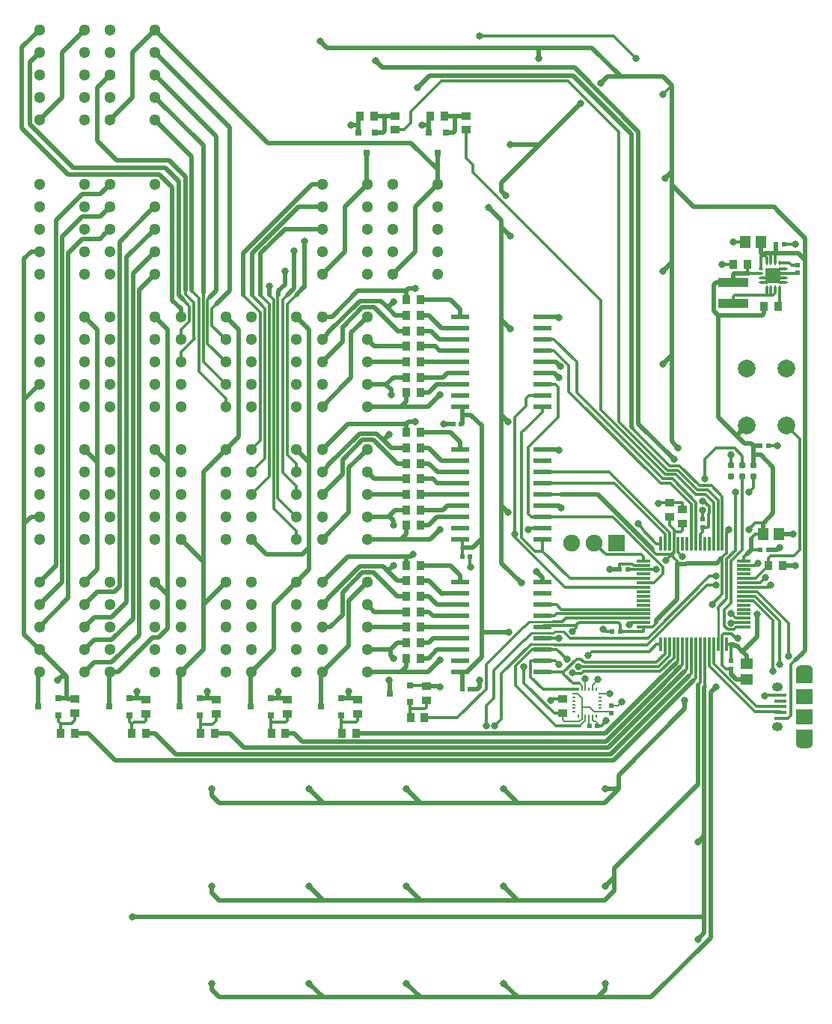
<source format=gtl>
G04 #@! TF.GenerationSoftware,KiCad,Pcbnew,(5.0.0-rc3-dev)*
G04 #@! TF.CreationDate,2018-11-12T18:29:10+00:00*
G04 #@! TF.ProjectId,agc-dsky,6167632D64736B792E6B696361645F70,v0.1*
G04 #@! TF.SameCoordinates,Original*
G04 #@! TF.FileFunction,Copper,L1,Top,Signal*
G04 #@! TF.FilePolarity,Positive*
%FSLAX46Y46*%
G04 Gerber Fmt 4.6, Leading zero omitted, Abs format (unit mm)*
G04 Created by KiCad (PCBNEW (5.0.0-rc3-dev)) date 11/12/18 18:29:10*
%MOMM*%
%LPD*%
G01*
G04 APERTURE LIST*
G04 #@! TA.AperFunction,ComponentPad*
%ADD10C,1.300000*%
G04 #@! TD*
G04 #@! TA.AperFunction,SMDPad,CuDef*
%ADD11R,1.150000X1.450000*%
G04 #@! TD*
G04 #@! TA.AperFunction,SMDPad,CuDef*
%ADD12R,0.620000X0.620000*%
G04 #@! TD*
G04 #@! TA.AperFunction,SMDPad,CuDef*
%ADD13R,0.950000X1.000000*%
G04 #@! TD*
G04 #@! TA.AperFunction,SMDPad,CuDef*
%ADD14R,1.450000X1.150000*%
G04 #@! TD*
G04 #@! TA.AperFunction,SMDPad,CuDef*
%ADD15R,1.000000X0.950000*%
G04 #@! TD*
G04 #@! TA.AperFunction,SMDPad,CuDef*
%ADD16R,1.700000X1.700000*%
G04 #@! TD*
G04 #@! TA.AperFunction,ViaPad*
%ADD17C,0.300000*%
G04 #@! TD*
G04 #@! TA.AperFunction,SMDPad,CuDef*
%ADD18R,0.600000X0.250000*%
G04 #@! TD*
G04 #@! TA.AperFunction,SMDPad,CuDef*
%ADD19R,0.250000X0.600000*%
G04 #@! TD*
G04 #@! TA.AperFunction,SMDPad,CuDef*
%ADD20R,0.300000X1.500000*%
G04 #@! TD*
G04 #@! TA.AperFunction,SMDPad,CuDef*
%ADD21R,1.500000X0.300000*%
G04 #@! TD*
G04 #@! TA.AperFunction,SMDPad,CuDef*
%ADD22R,2.000000X0.600000*%
G04 #@! TD*
G04 #@! TA.AperFunction,SMDPad,CuDef*
%ADD23R,1.350000X0.400000*%
G04 #@! TD*
G04 #@! TA.AperFunction,ComponentPad*
%ADD24O,1.250000X1.000000*%
G04 #@! TD*
G04 #@! TA.AperFunction,SMDPad,CuDef*
%ADD25R,1.900000X1.800000*%
G04 #@! TD*
G04 #@! TA.AperFunction,SMDPad,CuDef*
%ADD26R,1.900000X1.575000*%
G04 #@! TD*
G04 #@! TA.AperFunction,ComponentPad*
%ADD27O,1.900000X1.000000*%
G04 #@! TD*
G04 #@! TA.AperFunction,SMDPad,CuDef*
%ADD28R,3.400000X0.980000*%
G04 #@! TD*
G04 #@! TA.AperFunction,BGAPad,CuDef*
%ADD29C,0.787000*%
G04 #@! TD*
G04 #@! TA.AperFunction,SMDPad,CuDef*
%ADD30R,0.760000X0.760000*%
G04 #@! TD*
G04 #@! TA.AperFunction,ComponentPad*
%ADD31C,2.000000*%
G04 #@! TD*
G04 #@! TA.AperFunction,SMDPad,CuDef*
%ADD32R,0.400000X0.200000*%
G04 #@! TD*
G04 #@! TA.AperFunction,SMDPad,CuDef*
%ADD33R,0.200000X0.400000*%
G04 #@! TD*
G04 #@! TA.AperFunction,ComponentPad*
%ADD34R,1.900000X1.900000*%
G04 #@! TD*
G04 #@! TA.AperFunction,ComponentPad*
%ADD35C,1.900000*%
G04 #@! TD*
G04 #@! TA.AperFunction,ViaPad*
%ADD36C,0.800000*%
G04 #@! TD*
G04 #@! TA.AperFunction,Conductor*
%ADD37C,0.300000*%
G04 #@! TD*
G04 #@! TA.AperFunction,Conductor*
%ADD38C,0.500000*%
G04 #@! TD*
G04 #@! TA.AperFunction,Conductor*
%ADD39C,0.200000*%
G04 #@! TD*
G04 #@! TA.AperFunction,Conductor*
%ADD40C,0.250000*%
G04 #@! TD*
G04 APERTURE END LIST*
D10*
G04 #@! TO.P,IC17,10*
G04 #@! TO.N,/7-segs/A3*
X69710000Y-98170000D03*
G04 #@! TO.P,IC17,9*
G04 #@! TO.N,/7-segs/B3*
X69710000Y-100710000D03*
G04 #@! TO.P,IC17,8*
G04 #@! TO.N,/7-segs/C3*
X69710000Y-103250000D03*
G04 #@! TO.P,IC17,7*
G04 #@! TO.N,GND*
X69710000Y-105790000D03*
G04 #@! TO.P,IC17,6*
G04 #@! TO.N,Net-(IC15-Pad1)*
X69710000Y-108330000D03*
G04 #@! TO.P,IC17,5*
G04 #@! TO.N,/7-segs/D3*
X74790000Y-108330000D03*
G04 #@! TO.P,IC17,4*
G04 #@! TO.N,/7-segs/E3*
X74790000Y-105790000D03*
G04 #@! TO.P,IC17,3*
G04 #@! TO.N,/7-segs/G3*
X74790000Y-103250000D03*
G04 #@! TO.P,IC17,2*
G04 #@! TO.N,/7-segs/F3*
X74790000Y-100710000D03*
G04 #@! TO.P,IC17,1*
G04 #@! TO.N,Net-(IC15-Pad1)*
X74790000Y-98170000D03*
G04 #@! TD*
G04 #@! TO.P,IC22,1*
G04 #@! TO.N,Net-(IC21-Pad1)*
X106790000Y-53170000D03*
G04 #@! TO.P,IC22,2*
G04 #@! TO.N,/7-segs/F2*
X106790000Y-55710000D03*
G04 #@! TO.P,IC22,3*
G04 #@! TO.N,/7-segs/G2*
X106790000Y-58250000D03*
G04 #@! TO.P,IC22,4*
G04 #@! TO.N,/7-segs/E2*
X106790000Y-60790000D03*
G04 #@! TO.P,IC22,5*
G04 #@! TO.N,/7-segs/D2*
X106790000Y-63330000D03*
G04 #@! TO.P,IC22,6*
G04 #@! TO.N,Net-(IC21-Pad1)*
X101710000Y-63330000D03*
G04 #@! TO.P,IC22,7*
G04 #@! TO.N,GND*
X101710000Y-60790000D03*
G04 #@! TO.P,IC22,8*
G04 #@! TO.N,/7-segs/C2*
X101710000Y-58250000D03*
G04 #@! TO.P,IC22,9*
G04 #@! TO.N,/7-segs/B2*
X101710000Y-55710000D03*
G04 #@! TO.P,IC22,10*
G04 #@! TO.N,/7-segs/A2*
X101710000Y-53170000D03*
G04 #@! TD*
G04 #@! TO.P,IC25,10*
G04 #@! TO.N,/7-segs/A2*
X93710000Y-53170000D03*
G04 #@! TO.P,IC25,9*
G04 #@! TO.N,/7-segs/B2*
X93710000Y-55710000D03*
G04 #@! TO.P,IC25,8*
G04 #@! TO.N,/7-segs/C2*
X93710000Y-58250000D03*
G04 #@! TO.P,IC25,7*
G04 #@! TO.N,GND*
X93710000Y-60790000D03*
G04 #@! TO.P,IC25,6*
G04 #@! TO.N,Net-(IC24-Pad1)*
X93710000Y-63330000D03*
G04 #@! TO.P,IC25,5*
G04 #@! TO.N,/7-segs/D2*
X98790000Y-63330000D03*
G04 #@! TO.P,IC25,4*
G04 #@! TO.N,/7-segs/E2*
X98790000Y-60790000D03*
G04 #@! TO.P,IC25,3*
G04 #@! TO.N,/7-segs/G2*
X98790000Y-58250000D03*
G04 #@! TO.P,IC25,2*
G04 #@! TO.N,/7-segs/F2*
X98790000Y-55710000D03*
G04 #@! TO.P,IC25,1*
G04 #@! TO.N,Net-(IC24-Pad1)*
X98790000Y-53170000D03*
G04 #@! TD*
D11*
G04 #@! TO.P,C1,2*
G04 #@! TO.N,GND*
X141600000Y-59750000D03*
G04 #@! TO.P,C1,1*
G04 #@! TO.N,5v*
X143400000Y-59750000D03*
G04 #@! TD*
D12*
G04 #@! TO.P,C2,1*
G04 #@! TO.N,5v*
X145050000Y-60000000D03*
G04 #@! TO.P,C2,2*
G04 #@! TO.N,GND*
X145950000Y-60000000D03*
G04 #@! TD*
G04 #@! TO.P,C3,2*
G04 #@! TO.N,Net-(C3-Pad2)*
X147500000Y-62300000D03*
G04 #@! TO.P,C3,1*
G04 #@! TO.N,GND*
X147500000Y-63200000D03*
G04 #@! TD*
G04 #@! TO.P,C4,1*
G04 #@! TO.N,3v3*
X143300000Y-82750000D03*
G04 #@! TO.P,C4,2*
G04 #@! TO.N,GND*
X144200000Y-82750000D03*
G04 #@! TD*
D13*
G04 #@! TO.P,C5,2*
G04 #@! TO.N,GND*
X140200000Y-62250000D03*
G04 #@! TO.P,C5,1*
G04 #@! TO.N,3v3*
X141800000Y-62250000D03*
G04 #@! TD*
D11*
G04 #@! TO.P,C6,2*
G04 #@! TO.N,GND*
X145400000Y-92750000D03*
G04 #@! TO.P,C6,1*
G04 #@! TO.N,3v3*
X143600000Y-92750000D03*
G04 #@! TD*
D12*
G04 #@! TO.P,C7,2*
G04 #@! TO.N,GND*
X144200000Y-94500000D03*
G04 #@! TO.P,C7,1*
G04 #@! TO.N,3v3*
X143300000Y-94500000D03*
G04 #@! TD*
D14*
G04 #@! TO.P,C8,1*
G04 #@! TO.N,3v3*
X141750000Y-107350000D03*
G04 #@! TO.P,C8,2*
G04 #@! TO.N,GND*
X141750000Y-109150000D03*
G04 #@! TD*
D15*
G04 #@! TO.P,C9,1*
G04 #@! TO.N,3v3*
X133000000Y-90800000D03*
G04 #@! TO.P,C9,2*
G04 #@! TO.N,GND*
X133000000Y-89200000D03*
G04 #@! TD*
D12*
G04 #@! TO.P,C10,2*
G04 #@! TO.N,GND*
X126550000Y-103750000D03*
G04 #@! TO.P,C10,1*
G04 #@! TO.N,3v3*
X127450000Y-103750000D03*
G04 #@! TD*
G04 #@! TO.P,C11,2*
G04 #@! TO.N,GND*
X140000000Y-107950000D03*
G04 #@! TO.P,C11,1*
G04 #@! TO.N,3v3*
X140000000Y-107050000D03*
G04 #@! TD*
D15*
G04 #@! TO.P,C12,2*
G04 #@! TO.N,GND*
X134500000Y-89950000D03*
G04 #@! TO.P,C12,1*
G04 #@! TO.N,3v3*
X134500000Y-91550000D03*
G04 #@! TD*
D12*
G04 #@! TO.P,C13,2*
G04 #@! TO.N,GND*
X127364999Y-96750000D03*
G04 #@! TO.P,C13,1*
G04 #@! TO.N,3v3*
X128264999Y-96750000D03*
G04 #@! TD*
G04 #@! TO.P,C14,1*
G04 #@! TO.N,/NRST*
X136750000Y-91950000D03*
G04 #@! TO.P,C14,2*
G04 #@! TO.N,GND*
X136750000Y-91050000D03*
G04 #@! TD*
G04 #@! TO.P,C15,2*
G04 #@! TO.N,GND*
X108550000Y-80250000D03*
G04 #@! TO.P,C15,1*
G04 #@! TO.N,3v3*
X109450000Y-80250000D03*
G04 #@! TD*
G04 #@! TO.P,C16,1*
G04 #@! TO.N,3v3*
X109550000Y-95250000D03*
G04 #@! TO.P,C16,2*
G04 #@! TO.N,GND*
X110450000Y-95250000D03*
G04 #@! TD*
G04 #@! TO.P,C17,2*
G04 #@! TO.N,GND*
X110450000Y-110250000D03*
G04 #@! TO.P,C17,1*
G04 #@! TO.N,3v3*
X109550000Y-110250000D03*
G04 #@! TD*
D16*
G04 #@! TO.P,IC1,EP*
G04 #@! TO.N,GND*
X144750000Y-63500000D03*
D17*
G04 #@! TD*
G04 #@! TO.N,GND*
G04 #@! TO.C,IC1*
X145350000Y-62900000D03*
G04 #@! TO.N,GND*
G04 #@! TO.C,IC1*
X144150000Y-62900000D03*
X145350000Y-64100000D03*
X144150000Y-64100000D03*
D18*
G04 #@! TD*
G04 #@! TO.P,IC1,16*
G04 #@! TO.N,GND*
X143350000Y-64250000D03*
G04 #@! TO.P,IC1,15*
G04 #@! TO.N,GND*
X143350000Y-63750000D03*
G04 #@! TO.P,IC1,14*
G04 #@! TO.N,3v3*
X143350000Y-63250000D03*
G04 #@! TO.P,IC1,13*
G04 #@! TO.N,5v*
X143350000Y-62750000D03*
D19*
G04 #@! TO.P,IC1,12*
X144000000Y-62100000D03*
G04 #@! TO.P,IC1,11*
X144500000Y-62100000D03*
G04 #@! TO.P,IC1,10*
X145000000Y-62100000D03*
G04 #@! TO.P,IC1,9*
G04 #@! TO.N,Net-(C3-Pad2)*
X145500000Y-62100000D03*
D18*
G04 #@! TO.P,IC1,8*
G04 #@! TO.N,GND*
X146150000Y-62750000D03*
G04 #@! TO.P,IC1,7*
X146150000Y-63250000D03*
G04 #@! TO.P,IC1,6*
X146150000Y-63750000D03*
G04 #@! TO.P,IC1,5*
X146150000Y-64250000D03*
D19*
G04 #@! TO.P,IC1,4*
G04 #@! TO.N,Net-(IC1-Pad4)*
X145500000Y-64900000D03*
G04 #@! TO.P,IC1,3*
G04 #@! TO.N,Net-(IC1-Pad1)*
X145000000Y-64900000D03*
G04 #@! TO.P,IC1,2*
X144500000Y-64900000D03*
G04 #@! TO.P,IC1,1*
X144000000Y-64900000D03*
G04 #@! TD*
D20*
G04 #@! TO.P,IC2,1*
G04 #@! TO.N,3v3*
X139500000Y-93800000D03*
G04 #@! TO.P,IC2,2*
G04 #@! TO.N,/LED_DIN*
X139000000Y-93800000D03*
G04 #@! TO.P,IC2,3*
G04 #@! TO.N,/Co7*
X138500000Y-93800000D03*
G04 #@! TO.P,IC2,4*
G04 #@! TO.N,/Co6*
X138000000Y-93800000D03*
G04 #@! TO.P,IC2,5*
G04 #@! TO.N,N/C*
X137500000Y-93800000D03*
G04 #@! TO.P,IC2,6*
X137000000Y-93800000D03*
G04 #@! TO.P,IC2,7*
G04 #@! TO.N,/NRST*
X136500000Y-93800000D03*
G04 #@! TO.P,IC2,8*
G04 #@! TO.N,/NCS_1*
X136000000Y-93800000D03*
G04 #@! TO.P,IC2,9*
G04 #@! TO.N,/NRST_1*
X135500000Y-93800000D03*
G04 #@! TO.P,IC2,10*
G04 #@! TO.N,N/C*
X135000000Y-93800000D03*
G04 #@! TO.P,IC2,11*
X134500000Y-93800000D03*
G04 #@! TO.P,IC2,12*
G04 #@! TO.N,GND*
X134000000Y-93800000D03*
G04 #@! TO.P,IC2,13*
G04 #@! TO.N,3v3*
X133500000Y-93800000D03*
G04 #@! TO.P,IC2,14*
G04 #@! TO.N,/NCS_2*
X133000000Y-93800000D03*
G04 #@! TO.P,IC2,15*
G04 #@! TO.N,/NRST_2*
X132500000Y-93800000D03*
G04 #@! TO.P,IC2,16*
G04 #@! TO.N,Net-(IC2-Pad16)*
X132000000Y-93800000D03*
D21*
G04 #@! TO.P,IC2,17*
G04 #@! TO.N,Net-(IC2-Pad17)*
X130050000Y-95750000D03*
G04 #@! TO.P,IC2,18*
G04 #@! TO.N,GND*
X130050000Y-96250000D03*
G04 #@! TO.P,IC2,19*
G04 #@! TO.N,3v3*
X130050000Y-96750000D03*
G04 #@! TO.P,IC2,20*
G04 #@! TO.N,N/C*
X130050000Y-97250000D03*
G04 #@! TO.P,IC2,21*
G04 #@! TO.N,/SPI1_SCK*
X130050000Y-97750000D03*
G04 #@! TO.P,IC2,22*
G04 #@! TO.N,/SPI1_SO*
X130050000Y-98250000D03*
G04 #@! TO.P,IC2,23*
G04 #@! TO.N,/SPI1_SI*
X130050000Y-98750000D03*
G04 #@! TO.P,IC2,24*
G04 #@! TO.N,N/C*
X130050000Y-99250000D03*
G04 #@! TO.P,IC2,25*
X130050000Y-99750000D03*
G04 #@! TO.P,IC2,26*
X130050000Y-100250000D03*
G04 #@! TO.P,IC2,27*
X130050000Y-100750000D03*
G04 #@! TO.P,IC2,28*
G04 #@! TO.N,/NCS_3*
X130050000Y-101250000D03*
G04 #@! TO.P,IC2,29*
G04 #@! TO.N,/NRST_3*
X130050000Y-101750000D03*
G04 #@! TO.P,IC2,30*
G04 #@! TO.N,/Co8*
X130050000Y-102250000D03*
G04 #@! TO.P,IC2,31*
G04 #@! TO.N,GND*
X130050000Y-102750000D03*
G04 #@! TO.P,IC2,32*
G04 #@! TO.N,3v3*
X130050000Y-103250000D03*
D20*
G04 #@! TO.P,IC2,33*
G04 #@! TO.N,/NCS_MPU*
X132000000Y-105200000D03*
G04 #@! TO.P,IC2,34*
G04 #@! TO.N,/SPI2_SCK*
X132500000Y-105200000D03*
G04 #@! TO.P,IC2,35*
G04 #@! TO.N,/SPI2_SO*
X133000000Y-105200000D03*
G04 #@! TO.P,IC2,36*
G04 #@! TO.N,/SPI2_SI*
X133500000Y-105200000D03*
G04 #@! TO.P,IC2,37*
G04 #@! TO.N,/Co1*
X134000000Y-105200000D03*
G04 #@! TO.P,IC2,38*
G04 #@! TO.N,/Co2*
X134500000Y-105200000D03*
G04 #@! TO.P,IC2,39*
G04 #@! TO.N,/Co3*
X135000000Y-105200000D03*
G04 #@! TO.P,IC2,40*
G04 #@! TO.N,/Co4*
X135500000Y-105200000D03*
G04 #@! TO.P,IC2,41*
G04 #@! TO.N,/Co5*
X136000000Y-105200000D03*
G04 #@! TO.P,IC2,42*
G04 #@! TO.N,/BR2*
X136500000Y-105200000D03*
G04 #@! TO.P,IC2,43*
G04 #@! TO.N,/BR4*
X137000000Y-105200000D03*
G04 #@! TO.P,IC2,44*
G04 #@! TO.N,Net-(IC2-Pad44)*
X137500000Y-105200000D03*
G04 #@! TO.P,IC2,45*
G04 #@! TO.N,Net-(IC2-Pad45)*
X138000000Y-105200000D03*
G04 #@! TO.P,IC2,46*
G04 #@! TO.N,/SWDIO*
X138500000Y-105200000D03*
G04 #@! TO.P,IC2,47*
G04 #@! TO.N,GND*
X139000000Y-105200000D03*
G04 #@! TO.P,IC2,48*
G04 #@! TO.N,3v3*
X139500000Y-105200000D03*
D21*
G04 #@! TO.P,IC2,49*
G04 #@! TO.N,/SWDCLK*
X141450000Y-103250000D03*
G04 #@! TO.P,IC2,50*
G04 #@! TO.N,/BR3*
X141450000Y-102750000D03*
G04 #@! TO.P,IC2,51*
G04 #@! TO.N,/BR1*
X141450000Y-102250000D03*
G04 #@! TO.P,IC2,52*
G04 #@! TO.N,N/C*
X141450000Y-101750000D03*
G04 #@! TO.P,IC2,53*
X141450000Y-101250000D03*
G04 #@! TO.P,IC2,54*
X141450000Y-100750000D03*
G04 #@! TO.P,IC2,55*
G04 #@! TO.N,/BC3*
X141450000Y-100250000D03*
G04 #@! TO.P,IC2,56*
G04 #@! TO.N,/BC1*
X141450000Y-99750000D03*
G04 #@! TO.P,IC2,57*
G04 #@! TO.N,/BC2*
X141450000Y-99250000D03*
G04 #@! TO.P,IC2,58*
G04 #@! TO.N,/BC4*
X141450000Y-98750000D03*
G04 #@! TO.P,IC2,59*
G04 #@! TO.N,/BC5*
X141450000Y-98250000D03*
G04 #@! TO.P,IC2,60*
G04 #@! TO.N,Net-(IC2-Pad60)*
X141450000Y-97750000D03*
G04 #@! TO.P,IC2,61*
G04 #@! TO.N,N/C*
X141450000Y-97250000D03*
G04 #@! TO.P,IC2,62*
X141450000Y-96750000D03*
G04 #@! TO.P,IC2,63*
G04 #@! TO.N,GND*
X141450000Y-96250000D03*
G04 #@! TO.P,IC2,64*
G04 #@! TO.N,3v3*
X141450000Y-95750000D03*
G04 #@! TD*
D22*
G04 #@! TO.P,IC3,18*
G04 #@! TO.N,3v3*
X109350000Y-78330000D03*
G04 #@! TO.P,IC3,17*
G04 #@! TO.N,N/C*
X109350000Y-77060000D03*
G04 #@! TO.P,IC3,16*
G04 #@! TO.N,Net-(IC3-Pad16)*
X109350000Y-75790000D03*
G04 #@! TO.P,IC3,15*
G04 #@! TO.N,Net-(IC3-Pad15)*
X109350000Y-74520000D03*
G04 #@! TO.P,IC3,14*
G04 #@! TO.N,Net-(IC3-Pad14)*
X109350000Y-73250000D03*
G04 #@! TO.P,IC3,13*
G04 #@! TO.N,Net-(IC3-Pad13)*
X109350000Y-71980000D03*
G04 #@! TO.P,IC3,12*
G04 #@! TO.N,Net-(IC3-Pad12)*
X109350000Y-70710000D03*
G04 #@! TO.P,IC3,11*
G04 #@! TO.N,Net-(IC3-Pad11)*
X109350000Y-69440000D03*
G04 #@! TO.P,IC3,10*
G04 #@! TO.N,Net-(IC3-Pad10)*
X109350000Y-68170000D03*
G04 #@! TO.P,IC3,9*
G04 #@! TO.N,GND*
X118650000Y-68170000D03*
G04 #@! TO.P,IC3,8*
G04 #@! TO.N,N/C*
X118650000Y-69440000D03*
G04 #@! TO.P,IC3,7*
G04 #@! TO.N,/NCS_1*
X118650000Y-70710000D03*
G04 #@! TO.P,IC3,6*
G04 #@! TO.N,/NRST_1*
X118650000Y-71980000D03*
G04 #@! TO.P,IC3,5*
G04 #@! TO.N,GND*
X118650000Y-73250000D03*
G04 #@! TO.P,IC3,4*
X118650000Y-74520000D03*
G04 #@! TO.P,IC3,3*
G04 #@! TO.N,/SPI1_SO*
X118650000Y-75790000D03*
G04 #@! TO.P,IC3,2*
G04 #@! TO.N,/SPI1_SI*
X118650000Y-77060000D03*
G04 #@! TO.P,IC3,1*
G04 #@! TO.N,/SPI1_SCK*
X118650000Y-78330000D03*
G04 #@! TD*
G04 #@! TO.P,IC4,18*
G04 #@! TO.N,3v3*
X109350000Y-93330000D03*
G04 #@! TO.P,IC4,17*
G04 #@! TO.N,N/C*
X109350000Y-92060000D03*
G04 #@! TO.P,IC4,16*
G04 #@! TO.N,Net-(IC4-Pad16)*
X109350000Y-90790000D03*
G04 #@! TO.P,IC4,15*
G04 #@! TO.N,Net-(IC4-Pad15)*
X109350000Y-89520000D03*
G04 #@! TO.P,IC4,14*
G04 #@! TO.N,Net-(IC4-Pad14)*
X109350000Y-88250000D03*
G04 #@! TO.P,IC4,13*
G04 #@! TO.N,Net-(IC4-Pad13)*
X109350000Y-86980000D03*
G04 #@! TO.P,IC4,12*
G04 #@! TO.N,Net-(IC4-Pad12)*
X109350000Y-85710000D03*
G04 #@! TO.P,IC4,11*
G04 #@! TO.N,Net-(IC4-Pad11)*
X109350000Y-84440000D03*
G04 #@! TO.P,IC4,10*
G04 #@! TO.N,Net-(IC4-Pad10)*
X109350000Y-83170000D03*
G04 #@! TO.P,IC4,9*
G04 #@! TO.N,GND*
X118650000Y-83170000D03*
G04 #@! TO.P,IC4,8*
G04 #@! TO.N,N/C*
X118650000Y-84440000D03*
G04 #@! TO.P,IC4,7*
G04 #@! TO.N,/NCS_2*
X118650000Y-85710000D03*
G04 #@! TO.P,IC4,6*
G04 #@! TO.N,/NRST_2*
X118650000Y-86980000D03*
G04 #@! TO.P,IC4,5*
G04 #@! TO.N,3v3*
X118650000Y-88250000D03*
G04 #@! TO.P,IC4,4*
G04 #@! TO.N,GND*
X118650000Y-89520000D03*
G04 #@! TO.P,IC4,3*
G04 #@! TO.N,/SPI1_SO*
X118650000Y-90790000D03*
G04 #@! TO.P,IC4,2*
G04 #@! TO.N,/SPI1_SI*
X118650000Y-92060000D03*
G04 #@! TO.P,IC4,1*
G04 #@! TO.N,/SPI1_SCK*
X118650000Y-93330000D03*
G04 #@! TD*
G04 #@! TO.P,IC5,1*
G04 #@! TO.N,/SPI2_SCK*
X118650000Y-108330000D03*
G04 #@! TO.P,IC5,2*
G04 #@! TO.N,/SPI2_SI*
X118650000Y-107060000D03*
G04 #@! TO.P,IC5,3*
G04 #@! TO.N,/SPI2_SO*
X118650000Y-105790000D03*
G04 #@! TO.P,IC5,4*
G04 #@! TO.N,3v3*
X118650000Y-104520000D03*
G04 #@! TO.P,IC5,5*
X118650000Y-103250000D03*
G04 #@! TO.P,IC5,6*
G04 #@! TO.N,/NRST_3*
X118650000Y-101980000D03*
G04 #@! TO.P,IC5,7*
G04 #@! TO.N,/NCS_3*
X118650000Y-100710000D03*
G04 #@! TO.P,IC5,8*
G04 #@! TO.N,N/C*
X118650000Y-99440000D03*
G04 #@! TO.P,IC5,9*
G04 #@! TO.N,GND*
X118650000Y-98170000D03*
G04 #@! TO.P,IC5,10*
G04 #@! TO.N,Net-(IC5-Pad10)*
X109350000Y-98170000D03*
G04 #@! TO.P,IC5,11*
G04 #@! TO.N,Net-(IC5-Pad11)*
X109350000Y-99440000D03*
G04 #@! TO.P,IC5,12*
G04 #@! TO.N,Net-(IC5-Pad12)*
X109350000Y-100710000D03*
G04 #@! TO.P,IC5,13*
G04 #@! TO.N,Net-(IC5-Pad13)*
X109350000Y-101980000D03*
G04 #@! TO.P,IC5,14*
G04 #@! TO.N,Net-(IC5-Pad14)*
X109350000Y-103250000D03*
G04 #@! TO.P,IC5,15*
G04 #@! TO.N,Net-(IC5-Pad15)*
X109350000Y-104520000D03*
G04 #@! TO.P,IC5,16*
G04 #@! TO.N,Net-(IC5-Pad16)*
X109350000Y-105790000D03*
G04 #@! TO.P,IC5,17*
G04 #@! TO.N,N/C*
X109350000Y-107060000D03*
G04 #@! TO.P,IC5,18*
G04 #@! TO.N,3v3*
X109350000Y-108330000D03*
G04 #@! TD*
D10*
G04 #@! TO.P,IC7,1*
G04 #@! TO.N,Net-(IC6-Pad1)*
X98790000Y-83170000D03*
G04 #@! TO.P,IC7,2*
G04 #@! TO.N,/7-segs/F2*
X98790000Y-85710000D03*
G04 #@! TO.P,IC7,3*
G04 #@! TO.N,/7-segs/G2*
X98790000Y-88250000D03*
G04 #@! TO.P,IC7,4*
G04 #@! TO.N,/7-segs/E2*
X98790000Y-90790000D03*
G04 #@! TO.P,IC7,5*
G04 #@! TO.N,/7-segs/D2*
X98790000Y-93330000D03*
G04 #@! TO.P,IC7,6*
G04 #@! TO.N,Net-(IC6-Pad1)*
X93710000Y-93330000D03*
G04 #@! TO.P,IC7,7*
G04 #@! TO.N,GND*
X93710000Y-90790000D03*
G04 #@! TO.P,IC7,8*
G04 #@! TO.N,/7-segs/C2*
X93710000Y-88250000D03*
G04 #@! TO.P,IC7,9*
G04 #@! TO.N,/7-segs/B2*
X93710000Y-85710000D03*
G04 #@! TO.P,IC7,10*
G04 #@! TO.N,/7-segs/A2*
X93710000Y-83170000D03*
G04 #@! TD*
G04 #@! TO.P,IC8,10*
G04 #@! TO.N,/7-segs/A3*
X93710000Y-98170000D03*
G04 #@! TO.P,IC8,9*
G04 #@! TO.N,/7-segs/B3*
X93710000Y-100710000D03*
G04 #@! TO.P,IC8,8*
G04 #@! TO.N,/7-segs/C3*
X93710000Y-103250000D03*
G04 #@! TO.P,IC8,7*
G04 #@! TO.N,GND*
X93710000Y-105790000D03*
G04 #@! TO.P,IC8,6*
G04 #@! TO.N,Net-(IC6-Pad1)*
X93710000Y-108330000D03*
G04 #@! TO.P,IC8,5*
G04 #@! TO.N,/7-segs/D3*
X98790000Y-108330000D03*
G04 #@! TO.P,IC8,4*
G04 #@! TO.N,/7-segs/E3*
X98790000Y-105790000D03*
G04 #@! TO.P,IC8,3*
G04 #@! TO.N,/7-segs/G3*
X98790000Y-103250000D03*
G04 #@! TO.P,IC8,2*
G04 #@! TO.N,/7-segs/F3*
X98790000Y-100710000D03*
G04 #@! TO.P,IC8,1*
G04 #@! TO.N,Net-(IC6-Pad1)*
X98790000Y-98170000D03*
G04 #@! TD*
G04 #@! TO.P,IC9,1*
G04 #@! TO.N,Net-(IC10-Pad1)*
X90790000Y-68170000D03*
G04 #@! TO.P,IC9,2*
G04 #@! TO.N,/7-segs/F1*
X90790000Y-70710000D03*
G04 #@! TO.P,IC9,3*
G04 #@! TO.N,/7-segs/G1*
X90790000Y-73250000D03*
G04 #@! TO.P,IC9,4*
G04 #@! TO.N,/7-segs/E1*
X90790000Y-75790000D03*
G04 #@! TO.P,IC9,5*
G04 #@! TO.N,/7-segs/D1*
X90790000Y-78330000D03*
G04 #@! TO.P,IC9,6*
G04 #@! TO.N,Net-(IC10-Pad1)*
X85710000Y-78330000D03*
G04 #@! TO.P,IC9,7*
G04 #@! TO.N,GND*
X85710000Y-75790000D03*
G04 #@! TO.P,IC9,8*
G04 #@! TO.N,/7-segs/C1*
X85710000Y-73250000D03*
G04 #@! TO.P,IC9,9*
G04 #@! TO.N,/7-segs/B1*
X85710000Y-70710000D03*
G04 #@! TO.P,IC9,10*
G04 #@! TO.N,/7-segs/A1*
X85710000Y-68170000D03*
G04 #@! TD*
G04 #@! TO.P,IC10,1*
G04 #@! TO.N,Net-(IC10-Pad1)*
X90790000Y-83170000D03*
G04 #@! TO.P,IC10,2*
G04 #@! TO.N,/7-segs/F2*
X90790000Y-85710000D03*
G04 #@! TO.P,IC10,3*
G04 #@! TO.N,/7-segs/G2*
X90790000Y-88250000D03*
G04 #@! TO.P,IC10,4*
G04 #@! TO.N,/7-segs/E2*
X90790000Y-90790000D03*
G04 #@! TO.P,IC10,5*
G04 #@! TO.N,/7-segs/D2*
X90790000Y-93330000D03*
G04 #@! TO.P,IC10,6*
G04 #@! TO.N,Net-(IC10-Pad1)*
X85710000Y-93330000D03*
G04 #@! TO.P,IC10,7*
G04 #@! TO.N,GND*
X85710000Y-90790000D03*
G04 #@! TO.P,IC10,8*
G04 #@! TO.N,/7-segs/C2*
X85710000Y-88250000D03*
G04 #@! TO.P,IC10,9*
G04 #@! TO.N,/7-segs/B2*
X85710000Y-85710000D03*
G04 #@! TO.P,IC10,10*
G04 #@! TO.N,/7-segs/A2*
X85710000Y-83170000D03*
G04 #@! TD*
G04 #@! TO.P,IC11,10*
G04 #@! TO.N,/7-segs/A3*
X85710000Y-98170000D03*
G04 #@! TO.P,IC11,9*
G04 #@! TO.N,/7-segs/B3*
X85710000Y-100710000D03*
G04 #@! TO.P,IC11,8*
G04 #@! TO.N,/7-segs/C3*
X85710000Y-103250000D03*
G04 #@! TO.P,IC11,7*
G04 #@! TO.N,GND*
X85710000Y-105790000D03*
G04 #@! TO.P,IC11,6*
G04 #@! TO.N,Net-(IC10-Pad1)*
X85710000Y-108330000D03*
G04 #@! TO.P,IC11,5*
G04 #@! TO.N,/7-segs/D3*
X90790000Y-108330000D03*
G04 #@! TO.P,IC11,4*
G04 #@! TO.N,/7-segs/E3*
X90790000Y-105790000D03*
G04 #@! TO.P,IC11,3*
G04 #@! TO.N,/7-segs/G3*
X90790000Y-103250000D03*
G04 #@! TO.P,IC11,2*
G04 #@! TO.N,/7-segs/F3*
X90790000Y-100710000D03*
G04 #@! TO.P,IC11,1*
G04 #@! TO.N,Net-(IC10-Pad1)*
X90790000Y-98170000D03*
G04 #@! TD*
G04 #@! TO.P,IC12,10*
G04 #@! TO.N,/7-segs/A1*
X77710000Y-68170000D03*
G04 #@! TO.P,IC12,9*
G04 #@! TO.N,/7-segs/B1*
X77710000Y-70710000D03*
G04 #@! TO.P,IC12,8*
G04 #@! TO.N,/7-segs/C1*
X77710000Y-73250000D03*
G04 #@! TO.P,IC12,7*
G04 #@! TO.N,GND*
X77710000Y-75790000D03*
G04 #@! TO.P,IC12,6*
G04 #@! TO.N,Net-(IC12-Pad1)*
X77710000Y-78330000D03*
G04 #@! TO.P,IC12,5*
G04 #@! TO.N,/7-segs/D1*
X82790000Y-78330000D03*
G04 #@! TO.P,IC12,4*
G04 #@! TO.N,/7-segs/E1*
X82790000Y-75790000D03*
G04 #@! TO.P,IC12,3*
G04 #@! TO.N,/7-segs/G1*
X82790000Y-73250000D03*
G04 #@! TO.P,IC12,2*
G04 #@! TO.N,/7-segs/F1*
X82790000Y-70710000D03*
G04 #@! TO.P,IC12,1*
G04 #@! TO.N,Net-(IC12-Pad1)*
X82790000Y-68170000D03*
G04 #@! TD*
G04 #@! TO.P,IC13,1*
G04 #@! TO.N,Net-(IC12-Pad1)*
X82790000Y-83170000D03*
G04 #@! TO.P,IC13,2*
G04 #@! TO.N,/7-segs/F2*
X82790000Y-85710000D03*
G04 #@! TO.P,IC13,3*
G04 #@! TO.N,/7-segs/G2*
X82790000Y-88250000D03*
G04 #@! TO.P,IC13,4*
G04 #@! TO.N,/7-segs/E2*
X82790000Y-90790000D03*
G04 #@! TO.P,IC13,5*
G04 #@! TO.N,/7-segs/D2*
X82790000Y-93330000D03*
G04 #@! TO.P,IC13,6*
G04 #@! TO.N,Net-(IC12-Pad1)*
X77710000Y-93330000D03*
G04 #@! TO.P,IC13,7*
G04 #@! TO.N,GND*
X77710000Y-90790000D03*
G04 #@! TO.P,IC13,8*
G04 #@! TO.N,/7-segs/C2*
X77710000Y-88250000D03*
G04 #@! TO.P,IC13,9*
G04 #@! TO.N,/7-segs/B2*
X77710000Y-85710000D03*
G04 #@! TO.P,IC13,10*
G04 #@! TO.N,/7-segs/A2*
X77710000Y-83170000D03*
G04 #@! TD*
G04 #@! TO.P,IC14,10*
G04 #@! TO.N,/7-segs/A3*
X77710000Y-98170000D03*
G04 #@! TO.P,IC14,9*
G04 #@! TO.N,/7-segs/B3*
X77710000Y-100710000D03*
G04 #@! TO.P,IC14,8*
G04 #@! TO.N,/7-segs/C3*
X77710000Y-103250000D03*
G04 #@! TO.P,IC14,7*
G04 #@! TO.N,GND*
X77710000Y-105790000D03*
G04 #@! TO.P,IC14,6*
G04 #@! TO.N,Net-(IC12-Pad1)*
X77710000Y-108330000D03*
G04 #@! TO.P,IC14,5*
G04 #@! TO.N,/7-segs/D3*
X82790000Y-108330000D03*
G04 #@! TO.P,IC14,4*
G04 #@! TO.N,/7-segs/E3*
X82790000Y-105790000D03*
G04 #@! TO.P,IC14,3*
G04 #@! TO.N,/7-segs/G3*
X82790000Y-103250000D03*
G04 #@! TO.P,IC14,2*
G04 #@! TO.N,/7-segs/F3*
X82790000Y-100710000D03*
G04 #@! TO.P,IC14,1*
G04 #@! TO.N,Net-(IC12-Pad1)*
X82790000Y-98170000D03*
G04 #@! TD*
G04 #@! TO.P,IC15,1*
G04 #@! TO.N,Net-(IC15-Pad1)*
X74790000Y-68170000D03*
G04 #@! TO.P,IC15,2*
G04 #@! TO.N,/7-segs/F1*
X74790000Y-70710000D03*
G04 #@! TO.P,IC15,3*
G04 #@! TO.N,/7-segs/G1*
X74790000Y-73250000D03*
G04 #@! TO.P,IC15,4*
G04 #@! TO.N,/7-segs/E1*
X74790000Y-75790000D03*
G04 #@! TO.P,IC15,5*
G04 #@! TO.N,/7-segs/D1*
X74790000Y-78330000D03*
G04 #@! TO.P,IC15,6*
G04 #@! TO.N,Net-(IC15-Pad1)*
X69710000Y-78330000D03*
G04 #@! TO.P,IC15,7*
G04 #@! TO.N,GND*
X69710000Y-75790000D03*
G04 #@! TO.P,IC15,8*
G04 #@! TO.N,/7-segs/C1*
X69710000Y-73250000D03*
G04 #@! TO.P,IC15,9*
G04 #@! TO.N,/7-segs/B1*
X69710000Y-70710000D03*
G04 #@! TO.P,IC15,10*
G04 #@! TO.N,/7-segs/A1*
X69710000Y-68170000D03*
G04 #@! TD*
G04 #@! TO.P,IC16,1*
G04 #@! TO.N,Net-(IC15-Pad1)*
X74790000Y-83170000D03*
G04 #@! TO.P,IC16,2*
G04 #@! TO.N,/7-segs/F2*
X74790000Y-85710000D03*
G04 #@! TO.P,IC16,3*
G04 #@! TO.N,/7-segs/G2*
X74790000Y-88250000D03*
G04 #@! TO.P,IC16,4*
G04 #@! TO.N,/7-segs/E2*
X74790000Y-90790000D03*
G04 #@! TO.P,IC16,5*
G04 #@! TO.N,/7-segs/D2*
X74790000Y-93330000D03*
G04 #@! TO.P,IC16,6*
G04 #@! TO.N,Net-(IC15-Pad1)*
X69710000Y-93330000D03*
G04 #@! TO.P,IC16,7*
G04 #@! TO.N,GND*
X69710000Y-90790000D03*
G04 #@! TO.P,IC16,8*
G04 #@! TO.N,/7-segs/C2*
X69710000Y-88250000D03*
G04 #@! TO.P,IC16,9*
G04 #@! TO.N,/7-segs/B2*
X69710000Y-85710000D03*
G04 #@! TO.P,IC16,10*
G04 #@! TO.N,/7-segs/A2*
X69710000Y-83170000D03*
G04 #@! TD*
G04 #@! TO.P,IC18,1*
G04 #@! TO.N,Net-(IC18-Pad1)*
X66790000Y-68170000D03*
G04 #@! TO.P,IC18,2*
G04 #@! TO.N,/7-segs/F1*
X66790000Y-70710000D03*
G04 #@! TO.P,IC18,3*
G04 #@! TO.N,/7-segs/G1*
X66790000Y-73250000D03*
G04 #@! TO.P,IC18,4*
G04 #@! TO.N,/7-segs/E1*
X66790000Y-75790000D03*
G04 #@! TO.P,IC18,5*
G04 #@! TO.N,/7-segs/D1*
X66790000Y-78330000D03*
G04 #@! TO.P,IC18,6*
G04 #@! TO.N,Net-(IC18-Pad1)*
X61710000Y-78330000D03*
G04 #@! TO.P,IC18,7*
G04 #@! TO.N,GND*
X61710000Y-75790000D03*
G04 #@! TO.P,IC18,8*
G04 #@! TO.N,/7-segs/C1*
X61710000Y-73250000D03*
G04 #@! TO.P,IC18,9*
G04 #@! TO.N,/7-segs/B1*
X61710000Y-70710000D03*
G04 #@! TO.P,IC18,10*
G04 #@! TO.N,/7-segs/A1*
X61710000Y-68170000D03*
G04 #@! TD*
G04 #@! TO.P,IC19,10*
G04 #@! TO.N,/7-segs/A2*
X61710000Y-83170000D03*
G04 #@! TO.P,IC19,9*
G04 #@! TO.N,/7-segs/B2*
X61710000Y-85710000D03*
G04 #@! TO.P,IC19,8*
G04 #@! TO.N,/7-segs/C2*
X61710000Y-88250000D03*
G04 #@! TO.P,IC19,7*
G04 #@! TO.N,GND*
X61710000Y-90790000D03*
G04 #@! TO.P,IC19,6*
G04 #@! TO.N,Net-(IC18-Pad1)*
X61710000Y-93330000D03*
G04 #@! TO.P,IC19,5*
G04 #@! TO.N,/7-segs/D2*
X66790000Y-93330000D03*
G04 #@! TO.P,IC19,4*
G04 #@! TO.N,/7-segs/E2*
X66790000Y-90790000D03*
G04 #@! TO.P,IC19,3*
G04 #@! TO.N,/7-segs/G2*
X66790000Y-88250000D03*
G04 #@! TO.P,IC19,2*
G04 #@! TO.N,/7-segs/F2*
X66790000Y-85710000D03*
G04 #@! TO.P,IC19,1*
G04 #@! TO.N,Net-(IC18-Pad1)*
X66790000Y-83170000D03*
G04 #@! TD*
G04 #@! TO.P,IC20,10*
G04 #@! TO.N,/7-segs/A3*
X61710000Y-98170000D03*
G04 #@! TO.P,IC20,9*
G04 #@! TO.N,/7-segs/B3*
X61710000Y-100710000D03*
G04 #@! TO.P,IC20,8*
G04 #@! TO.N,/7-segs/C3*
X61710000Y-103250000D03*
G04 #@! TO.P,IC20,7*
G04 #@! TO.N,GND*
X61710000Y-105790000D03*
G04 #@! TO.P,IC20,6*
G04 #@! TO.N,Net-(IC18-Pad1)*
X61710000Y-108330000D03*
G04 #@! TO.P,IC20,5*
G04 #@! TO.N,/7-segs/D3*
X66790000Y-108330000D03*
G04 #@! TO.P,IC20,4*
G04 #@! TO.N,/7-segs/E3*
X66790000Y-105790000D03*
G04 #@! TO.P,IC20,3*
G04 #@! TO.N,/7-segs/G3*
X66790000Y-103250000D03*
G04 #@! TO.P,IC20,2*
G04 #@! TO.N,/7-segs/F3*
X66790000Y-100710000D03*
G04 #@! TO.P,IC20,1*
G04 #@! TO.N,Net-(IC18-Pad1)*
X66790000Y-98170000D03*
G04 #@! TD*
G04 #@! TO.P,IC21,1*
G04 #@! TO.N,Net-(IC21-Pad1)*
X74790000Y-35720000D03*
G04 #@! TO.P,IC21,2*
G04 #@! TO.N,/7-segs/F1*
X74790000Y-38260000D03*
G04 #@! TO.P,IC21,3*
G04 #@! TO.N,/7-segs/G1*
X74790000Y-40800000D03*
G04 #@! TO.P,IC21,4*
G04 #@! TO.N,/7-segs/E1*
X74790000Y-43340000D03*
G04 #@! TO.P,IC21,5*
G04 #@! TO.N,/7-segs/D1*
X74790000Y-45880000D03*
G04 #@! TO.P,IC21,6*
G04 #@! TO.N,Net-(IC21-Pad1)*
X69710000Y-45880000D03*
G04 #@! TO.P,IC21,7*
G04 #@! TO.N,GND*
X69710000Y-43340000D03*
G04 #@! TO.P,IC21,8*
G04 #@! TO.N,/7-segs/C1*
X69710000Y-40800000D03*
G04 #@! TO.P,IC21,9*
G04 #@! TO.N,/7-segs/B1*
X69710000Y-38260000D03*
G04 #@! TO.P,IC21,10*
G04 #@! TO.N,/7-segs/A1*
X69710000Y-35720000D03*
G04 #@! TD*
G04 #@! TO.P,IC23,1*
G04 #@! TO.N,Net-(IC21-Pad1)*
X74790000Y-53170000D03*
G04 #@! TO.P,IC23,2*
G04 #@! TO.N,/7-segs/F3*
X74790000Y-55710000D03*
G04 #@! TO.P,IC23,3*
G04 #@! TO.N,/7-segs/G3*
X74790000Y-58250000D03*
G04 #@! TO.P,IC23,4*
G04 #@! TO.N,/7-segs/E3*
X74790000Y-60790000D03*
G04 #@! TO.P,IC23,5*
G04 #@! TO.N,/7-segs/D3*
X74790000Y-63330000D03*
G04 #@! TO.P,IC23,6*
G04 #@! TO.N,Net-(IC21-Pad1)*
X69710000Y-63330000D03*
G04 #@! TO.P,IC23,7*
G04 #@! TO.N,GND*
X69710000Y-60790000D03*
G04 #@! TO.P,IC23,8*
G04 #@! TO.N,/7-segs/C3*
X69710000Y-58250000D03*
G04 #@! TO.P,IC23,9*
G04 #@! TO.N,/7-segs/B3*
X69710000Y-55710000D03*
G04 #@! TO.P,IC23,10*
G04 #@! TO.N,/7-segs/A3*
X69710000Y-53170000D03*
G04 #@! TD*
G04 #@! TO.P,IC24,1*
G04 #@! TO.N,Net-(IC24-Pad1)*
X66790000Y-35720000D03*
G04 #@! TO.P,IC24,2*
G04 #@! TO.N,/7-segs/F1*
X66790000Y-38260000D03*
G04 #@! TO.P,IC24,3*
G04 #@! TO.N,/7-segs/G1*
X66790000Y-40800000D03*
G04 #@! TO.P,IC24,4*
G04 #@! TO.N,/7-segs/E1*
X66790000Y-43340000D03*
G04 #@! TO.P,IC24,5*
G04 #@! TO.N,/7-segs/D1*
X66790000Y-45880000D03*
G04 #@! TO.P,IC24,6*
G04 #@! TO.N,Net-(IC24-Pad1)*
X61710000Y-45880000D03*
G04 #@! TO.P,IC24,7*
G04 #@! TO.N,GND*
X61710000Y-43340000D03*
G04 #@! TO.P,IC24,8*
G04 #@! TO.N,/7-segs/C1*
X61710000Y-40800000D03*
G04 #@! TO.P,IC24,9*
G04 #@! TO.N,/7-segs/B1*
X61710000Y-38260000D03*
G04 #@! TO.P,IC24,10*
G04 #@! TO.N,/7-segs/A1*
X61710000Y-35720000D03*
G04 #@! TD*
G04 #@! TO.P,IC26,10*
G04 #@! TO.N,/7-segs/A3*
X61710000Y-53170000D03*
G04 #@! TO.P,IC26,9*
G04 #@! TO.N,/7-segs/B3*
X61710000Y-55710000D03*
G04 #@! TO.P,IC26,8*
G04 #@! TO.N,/7-segs/C3*
X61710000Y-58250000D03*
G04 #@! TO.P,IC26,7*
G04 #@! TO.N,GND*
X61710000Y-60790000D03*
G04 #@! TO.P,IC26,6*
G04 #@! TO.N,Net-(IC24-Pad1)*
X61710000Y-63330000D03*
G04 #@! TO.P,IC26,5*
G04 #@! TO.N,/7-segs/D3*
X66790000Y-63330000D03*
G04 #@! TO.P,IC26,4*
G04 #@! TO.N,/7-segs/E3*
X66790000Y-60790000D03*
G04 #@! TO.P,IC26,3*
G04 #@! TO.N,/7-segs/G3*
X66790000Y-58250000D03*
G04 #@! TO.P,IC26,2*
G04 #@! TO.N,/7-segs/F3*
X66790000Y-55710000D03*
G04 #@! TO.P,IC26,1*
G04 #@! TO.N,Net-(IC24-Pad1)*
X66790000Y-53170000D03*
G04 #@! TD*
D23*
G04 #@! TO.P,J1,3*
G04 #@! TO.N,Net-(IC2-Pad45)*
X145575000Y-112250000D03*
G04 #@! TO.P,J1,4*
G04 #@! TO.N,N/C*
X145575000Y-111600000D03*
G04 #@! TO.P,J1,2*
G04 #@! TO.N,Net-(IC2-Pad44)*
X145575000Y-112900000D03*
G04 #@! TO.P,J1,1*
G04 #@! TO.N,5v*
X145575000Y-113550000D03*
G04 #@! TO.P,J1,5*
G04 #@! TO.N,GND*
X145575000Y-110950000D03*
D24*
G04 #@! TO.P,J1,S*
G04 #@! TO.N,N/C*
X145250000Y-110025000D03*
G04 #@! TO.P,J1,*
G04 #@! TO.N,*
X145250000Y-114475000D03*
D25*
X148250000Y-111100000D03*
X148250000Y-113400000D03*
D26*
X148250000Y-108862500D03*
D27*
X148250000Y-108075000D03*
D26*
X148250000Y-115637500D03*
D27*
X148250000Y-116425000D03*
G04 #@! TD*
D28*
G04 #@! TO.P,L1,2*
G04 #@! TO.N,3v3*
X140250000Y-64315000D03*
G04 #@! TO.P,L1,1*
G04 #@! TO.N,Net-(IC1-Pad1)*
X140250000Y-66685000D03*
G04 #@! TD*
D29*
G04 #@! TO.P,P1,1*
G04 #@! TO.N,3v3*
X142520000Y-84980000D03*
G04 #@! TO.P,P1,2*
G04 #@! TO.N,/SWDIO*
X142520000Y-86250000D03*
G04 #@! TO.P,P1,3*
G04 #@! TO.N,/NRST*
X141250000Y-84980000D03*
G04 #@! TO.P,P1,4*
G04 #@! TO.N,/SWDCLK*
X141250000Y-86250000D03*
G04 #@! TO.P,P1,5*
G04 #@! TO.N,GND*
X139980000Y-84980000D03*
G04 #@! TO.P,P1,6*
G04 #@! TO.N,N/C*
X139980000Y-86250000D03*
G04 #@! TD*
D30*
G04 #@! TO.P,Q1,D*
G04 #@! TO.N,Net-(IC6-Pad1)*
X93605000Y-112250000D03*
G04 #@! TO.P,Q1,G*
G04 #@! TO.N,Net-(Q1-PadG)*
X95895000Y-113200000D03*
G04 #@! TO.P,Q1,S*
G04 #@! TO.N,GND*
X95895000Y-111300000D03*
G04 #@! TD*
G04 #@! TO.P,Q2,D*
G04 #@! TO.N,Net-(IC10-Pad1)*
X85605000Y-112250000D03*
G04 #@! TO.P,Q2,G*
G04 #@! TO.N,Net-(Q2-PadG)*
X87895000Y-113200000D03*
G04 #@! TO.P,Q2,S*
G04 #@! TO.N,GND*
X87895000Y-111300000D03*
G04 #@! TD*
G04 #@! TO.P,Q3,D*
G04 #@! TO.N,Net-(IC12-Pad1)*
X77605000Y-112250000D03*
G04 #@! TO.P,Q3,G*
G04 #@! TO.N,Net-(Q3-PadG)*
X79895000Y-113200000D03*
G04 #@! TO.P,Q3,S*
G04 #@! TO.N,GND*
X79895000Y-111300000D03*
G04 #@! TD*
G04 #@! TO.P,Q4,S*
G04 #@! TO.N,GND*
X71895000Y-111300000D03*
G04 #@! TO.P,Q4,G*
G04 #@! TO.N,Net-(Q4-PadG)*
X71895000Y-113200000D03*
G04 #@! TO.P,Q4,D*
G04 #@! TO.N,Net-(IC15-Pad1)*
X69605000Y-112250000D03*
G04 #@! TD*
G04 #@! TO.P,Q5,S*
G04 #@! TO.N,GND*
X63895000Y-111300000D03*
G04 #@! TO.P,Q5,G*
G04 #@! TO.N,Net-(Q5-PadG)*
X63895000Y-113200000D03*
G04 #@! TO.P,Q5,D*
G04 #@! TO.N,Net-(IC18-Pad1)*
X61605000Y-112250000D03*
G04 #@! TD*
G04 #@! TO.P,Q6,S*
G04 #@! TO.N,GND*
X105800000Y-47355000D03*
G04 #@! TO.P,Q6,G*
G04 #@! TO.N,Net-(Q6-PadG)*
X107700000Y-47355000D03*
G04 #@! TO.P,Q6,D*
G04 #@! TO.N,Net-(IC21-Pad1)*
X106750000Y-49645000D03*
G04 #@! TD*
D13*
G04 #@! TO.P,R1,2*
G04 #@! TO.N,Net-(IC1-Pad4)*
X145300000Y-67000000D03*
G04 #@! TO.P,R1,1*
G04 #@! TO.N,3v3*
X143700000Y-67000000D03*
G04 #@! TD*
G04 #@! TO.P,R2,2*
G04 #@! TO.N,GND*
X145800000Y-96250000D03*
G04 #@! TO.P,R2,1*
G04 #@! TO.N,Net-(IC2-Pad60)*
X144200000Y-96250000D03*
G04 #@! TD*
G04 #@! TO.P,R32,2*
G04 #@! TO.N,Net-(Q5-PadG)*
X64150000Y-115250000D03*
G04 #@! TO.P,R32,1*
G04 #@! TO.N,/Co5*
X65750000Y-115250000D03*
G04 #@! TD*
D15*
G04 #@! TO.P,R34,1*
G04 #@! TO.N,/Co6*
X110000000Y-47050000D03*
G04 #@! TO.P,R34,2*
G04 #@! TO.N,Net-(Q6-PadG)*
X110000000Y-45450000D03*
G04 #@! TD*
G04 #@! TO.P,R36,1*
G04 #@! TO.N,/Co7*
X102000000Y-47050000D03*
G04 #@! TO.P,R36,2*
G04 #@! TO.N,Net-(Q7-PadG)*
X102000000Y-45450000D03*
G04 #@! TD*
D13*
G04 #@! TO.P,R38,2*
G04 #@! TO.N,Net-(Q8-PadG)*
X103700000Y-113500000D03*
G04 #@! TO.P,R38,1*
G04 #@! TO.N,/Co8*
X105300000Y-113500000D03*
G04 #@! TD*
D31*
G04 #@! TO.P,SW9,*
G04 #@! TO.N,*
X146250000Y-74000000D03*
X141750000Y-74000000D03*
G04 #@! TO.P,SW9,2*
G04 #@! TO.N,3v3*
X141750000Y-80500000D03*
G04 #@! TO.P,SW9,1*
G04 #@! TO.N,Net-(IC2-Pad60)*
X146250000Y-80500000D03*
G04 #@! TD*
D10*
G04 #@! TO.P,IC6,1*
G04 #@! TO.N,Net-(IC6-Pad1)*
X98790000Y-68170000D03*
G04 #@! TO.P,IC6,2*
G04 #@! TO.N,/7-segs/F1*
X98790000Y-70710000D03*
G04 #@! TO.P,IC6,3*
G04 #@! TO.N,/7-segs/G1*
X98790000Y-73250000D03*
G04 #@! TO.P,IC6,4*
G04 #@! TO.N,/7-segs/E1*
X98790000Y-75790000D03*
G04 #@! TO.P,IC6,5*
G04 #@! TO.N,/7-segs/D1*
X98790000Y-78330000D03*
G04 #@! TO.P,IC6,6*
G04 #@! TO.N,Net-(IC6-Pad1)*
X93710000Y-78330000D03*
G04 #@! TO.P,IC6,7*
G04 #@! TO.N,GND*
X93710000Y-75790000D03*
G04 #@! TO.P,IC6,8*
G04 #@! TO.N,/7-segs/C1*
X93710000Y-73250000D03*
G04 #@! TO.P,IC6,9*
G04 #@! TO.N,/7-segs/B1*
X93710000Y-70710000D03*
G04 #@! TO.P,IC6,10*
G04 #@! TO.N,/7-segs/A1*
X93710000Y-68170000D03*
G04 #@! TD*
D30*
G04 #@! TO.P,Q7,D*
G04 #@! TO.N,Net-(IC24-Pad1)*
X98750000Y-49645000D03*
G04 #@! TO.P,Q7,G*
G04 #@! TO.N,Net-(Q7-PadG)*
X99700000Y-47355000D03*
G04 #@! TO.P,Q7,S*
G04 #@! TO.N,GND*
X97800000Y-47355000D03*
G04 #@! TD*
G04 #@! TO.P,Q8,S*
G04 #@! TO.N,GND*
X103645000Y-109800000D03*
G04 #@! TO.P,Q8,G*
G04 #@! TO.N,Net-(Q8-PadG)*
X103645000Y-111700000D03*
G04 #@! TO.P,Q8,D*
G04 #@! TO.N,Net-(D1-Pad1)*
X101355000Y-110750000D03*
G04 #@! TD*
D13*
G04 #@! TO.P,R3,1*
G04 #@! TO.N,Net-(IC3-Pad12)*
X104800000Y-69750000D03*
G04 #@! TO.P,R3,2*
G04 #@! TO.N,/7-segs/C1*
X103200000Y-69750000D03*
G04 #@! TD*
G04 #@! TO.P,R4,1*
G04 #@! TO.N,Net-(IC3-Pad15)*
X104800000Y-75000000D03*
G04 #@! TO.P,R4,2*
G04 #@! TO.N,/7-segs/E1*
X103200000Y-75000000D03*
G04 #@! TD*
G04 #@! TO.P,R5,1*
G04 #@! TO.N,Net-(IC4-Pad12)*
X104800000Y-84750000D03*
G04 #@! TO.P,R5,2*
G04 #@! TO.N,/7-segs/C2*
X103200000Y-84750000D03*
G04 #@! TD*
G04 #@! TO.P,R6,1*
G04 #@! TO.N,Net-(IC4-Pad15)*
X104800000Y-90000000D03*
G04 #@! TO.P,R6,2*
G04 #@! TO.N,/7-segs/E2*
X103200000Y-90000000D03*
G04 #@! TD*
G04 #@! TO.P,R7,2*
G04 #@! TO.N,/7-segs/C3*
X103200000Y-99750000D03*
G04 #@! TO.P,R7,1*
G04 #@! TO.N,Net-(IC5-Pad12)*
X104800000Y-99750000D03*
G04 #@! TD*
G04 #@! TO.P,R8,1*
G04 #@! TO.N,Net-(IC5-Pad15)*
X104800000Y-105000000D03*
G04 #@! TO.P,R8,2*
G04 #@! TO.N,/7-segs/E3*
X103200000Y-105000000D03*
G04 #@! TD*
G04 #@! TO.P,R9,2*
G04 #@! TO.N,/7-segs/B1*
X103200000Y-68000000D03*
G04 #@! TO.P,R9,1*
G04 #@! TO.N,Net-(IC3-Pad11)*
X104800000Y-68000000D03*
G04 #@! TD*
G04 #@! TO.P,R10,1*
G04 #@! TO.N,Net-(IC3-Pad14)*
X104800000Y-73250000D03*
G04 #@! TO.P,R10,2*
G04 #@! TO.N,/7-segs/G1*
X103200000Y-73250000D03*
G04 #@! TD*
G04 #@! TO.P,R11,1*
G04 #@! TO.N,Net-(IC4-Pad11)*
X104800000Y-83000000D03*
G04 #@! TO.P,R11,2*
G04 #@! TO.N,/7-segs/B2*
X103200000Y-83000000D03*
G04 #@! TD*
G04 #@! TO.P,R12,2*
G04 #@! TO.N,/7-segs/G2*
X103200000Y-88250000D03*
G04 #@! TO.P,R12,1*
G04 #@! TO.N,Net-(IC4-Pad14)*
X104800000Y-88250000D03*
G04 #@! TD*
G04 #@! TO.P,R13,2*
G04 #@! TO.N,/7-segs/B3*
X103200000Y-98000000D03*
G04 #@! TO.P,R13,1*
G04 #@! TO.N,Net-(IC5-Pad11)*
X104800000Y-98000000D03*
G04 #@! TD*
G04 #@! TO.P,R14,2*
G04 #@! TO.N,/7-segs/G3*
X103200000Y-103250000D03*
G04 #@! TO.P,R14,1*
G04 #@! TO.N,Net-(IC5-Pad14)*
X104800000Y-103250000D03*
G04 #@! TD*
G04 #@! TO.P,R15,1*
G04 #@! TO.N,Net-(IC3-Pad10)*
X104800000Y-66250000D03*
G04 #@! TO.P,R15,2*
G04 #@! TO.N,/7-segs/A1*
X103200000Y-66250000D03*
G04 #@! TD*
G04 #@! TO.P,R16,2*
G04 #@! TO.N,/7-segs/F1*
X103200000Y-71500000D03*
G04 #@! TO.P,R16,1*
G04 #@! TO.N,Net-(IC3-Pad13)*
X104800000Y-71500000D03*
G04 #@! TD*
G04 #@! TO.P,R17,1*
G04 #@! TO.N,Net-(IC3-Pad16)*
X104800000Y-76750000D03*
G04 #@! TO.P,R17,2*
G04 #@! TO.N,/7-segs/D1*
X103200000Y-76750000D03*
G04 #@! TD*
G04 #@! TO.P,R18,2*
G04 #@! TO.N,/7-segs/A2*
X103200000Y-81250000D03*
G04 #@! TO.P,R18,1*
G04 #@! TO.N,Net-(IC4-Pad10)*
X104800000Y-81250000D03*
G04 #@! TD*
G04 #@! TO.P,R19,1*
G04 #@! TO.N,Net-(IC4-Pad13)*
X104800000Y-86500000D03*
G04 #@! TO.P,R19,2*
G04 #@! TO.N,/7-segs/F2*
X103200000Y-86500000D03*
G04 #@! TD*
G04 #@! TO.P,R20,2*
G04 #@! TO.N,/7-segs/D2*
X103200000Y-91750000D03*
G04 #@! TO.P,R20,1*
G04 #@! TO.N,Net-(IC4-Pad16)*
X104800000Y-91750000D03*
G04 #@! TD*
G04 #@! TO.P,R21,1*
G04 #@! TO.N,Net-(IC5-Pad10)*
X104800000Y-96250000D03*
G04 #@! TO.P,R21,2*
G04 #@! TO.N,/7-segs/A3*
X103200000Y-96250000D03*
G04 #@! TD*
G04 #@! TO.P,R22,1*
G04 #@! TO.N,Net-(IC5-Pad13)*
X104800000Y-101500000D03*
G04 #@! TO.P,R22,2*
G04 #@! TO.N,/7-segs/F3*
X103200000Y-101500000D03*
G04 #@! TD*
G04 #@! TO.P,R23,2*
G04 #@! TO.N,/7-segs/D3*
X103200000Y-106750000D03*
G04 #@! TO.P,R23,1*
G04 #@! TO.N,Net-(IC5-Pad16)*
X104800000Y-106750000D03*
G04 #@! TD*
G04 #@! TO.P,R24,1*
G04 #@! TO.N,/Co1*
X97550000Y-115250000D03*
G04 #@! TO.P,R24,2*
G04 #@! TO.N,Net-(Q1-PadG)*
X95950000Y-115250000D03*
G04 #@! TD*
D15*
G04 #@! TO.P,R25,2*
G04 #@! TO.N,GND*
X97750000Y-111450000D03*
G04 #@! TO.P,R25,1*
G04 #@! TO.N,Net-(Q1-PadG)*
X97750000Y-113050000D03*
G04 #@! TD*
D13*
G04 #@! TO.P,R26,2*
G04 #@! TO.N,Net-(Q2-PadG)*
X87950000Y-115250000D03*
G04 #@! TO.P,R26,1*
G04 #@! TO.N,/Co2*
X89550000Y-115250000D03*
G04 #@! TD*
D15*
G04 #@! TO.P,R27,1*
G04 #@! TO.N,Net-(Q2-PadG)*
X89750000Y-113050000D03*
G04 #@! TO.P,R27,2*
G04 #@! TO.N,GND*
X89750000Y-111450000D03*
G04 #@! TD*
D13*
G04 #@! TO.P,R28,1*
G04 #@! TO.N,/Co3*
X81550000Y-115250000D03*
G04 #@! TO.P,R28,2*
G04 #@! TO.N,Net-(Q3-PadG)*
X79950000Y-115250000D03*
G04 #@! TD*
D15*
G04 #@! TO.P,R29,2*
G04 #@! TO.N,GND*
X81750000Y-111450000D03*
G04 #@! TO.P,R29,1*
G04 #@! TO.N,Net-(Q3-PadG)*
X81750000Y-113050000D03*
G04 #@! TD*
D13*
G04 #@! TO.P,R30,2*
G04 #@! TO.N,Net-(Q4-PadG)*
X72200000Y-115250000D03*
G04 #@! TO.P,R30,1*
G04 #@! TO.N,/Co4*
X73800000Y-115250000D03*
G04 #@! TD*
D15*
G04 #@! TO.P,R31,2*
G04 #@! TO.N,GND*
X73750000Y-111450000D03*
G04 #@! TO.P,R31,1*
G04 #@! TO.N,Net-(Q4-PadG)*
X73750000Y-113050000D03*
G04 #@! TD*
G04 #@! TO.P,R33,2*
G04 #@! TO.N,GND*
X65750000Y-111400000D03*
G04 #@! TO.P,R33,1*
G04 #@! TO.N,Net-(Q5-PadG)*
X65750000Y-113000000D03*
G04 #@! TD*
D13*
G04 #@! TO.P,R35,2*
G04 #@! TO.N,GND*
X105950000Y-45500000D03*
G04 #@! TO.P,R35,1*
G04 #@! TO.N,Net-(Q6-PadG)*
X107550000Y-45500000D03*
G04 #@! TD*
G04 #@! TO.P,R37,1*
G04 #@! TO.N,Net-(Q7-PadG)*
X99550000Y-45500000D03*
G04 #@! TO.P,R37,2*
G04 #@! TO.N,GND*
X97950000Y-45500000D03*
G04 #@! TD*
D15*
G04 #@! TO.P,R39,1*
G04 #@! TO.N,Net-(Q8-PadG)*
X105500000Y-111550000D03*
G04 #@! TO.P,R39,2*
G04 #@! TO.N,GND*
X105500000Y-109950000D03*
G04 #@! TD*
D12*
G04 #@! TO.P,C31,2*
G04 #@! TO.N,3v3*
X126450000Y-113000000D03*
G04 #@! TO.P,C31,1*
G04 #@! TO.N,GND*
X126450000Y-112100000D03*
G04 #@! TD*
D15*
G04 #@! TO.P,C32,1*
G04 #@! TO.N,3v3*
X120900000Y-113000000D03*
G04 #@! TO.P,C32,2*
G04 #@! TO.N,GND*
X120900000Y-111400000D03*
G04 #@! TD*
D12*
G04 #@! TO.P,C33,1*
G04 #@! TO.N,Net-(C33-Pad1)*
X123950000Y-114400000D03*
G04 #@! TO.P,C33,2*
G04 #@! TO.N,GND*
X124850000Y-114400000D03*
G04 #@! TD*
D32*
G04 #@! TO.P,IC40,1*
G04 #@! TO.N,3v3*
X122200000Y-110800000D03*
G04 #@! TO.P,IC40,2*
G04 #@! TO.N,N/C*
X122200000Y-111200000D03*
G04 #@! TO.P,IC40,3*
X122200000Y-111600000D03*
G04 #@! TO.P,IC40,4*
X122200000Y-112000000D03*
G04 #@! TO.P,IC40,5*
X122200000Y-112400000D03*
G04 #@! TO.P,IC40,6*
X122200000Y-112800000D03*
D33*
G04 #@! TO.P,IC40,7*
X122700000Y-113300000D03*
G04 #@! TO.P,IC40,8*
G04 #@! TO.N,3v3*
X123100000Y-113300000D03*
G04 #@! TO.P,IC40,9*
G04 #@! TO.N,/SPI2_SO*
X123500000Y-113300000D03*
G04 #@! TO.P,IC40,10*
G04 #@! TO.N,Net-(C33-Pad1)*
X123900000Y-113300000D03*
G04 #@! TO.P,IC40,11*
G04 #@! TO.N,GND*
X124300000Y-113300000D03*
G04 #@! TO.P,IC40,12*
G04 #@! TO.N,N/C*
X124700000Y-113300000D03*
D32*
G04 #@! TO.P,IC40,13*
G04 #@! TO.N,3v3*
X125200000Y-112800000D03*
G04 #@! TO.P,IC40,14*
G04 #@! TO.N,N/C*
X125200000Y-112400000D03*
G04 #@! TO.P,IC40,15*
X125200000Y-112000000D03*
G04 #@! TO.P,IC40,16*
X125200000Y-111600000D03*
G04 #@! TO.P,IC40,17*
X125200000Y-111200000D03*
G04 #@! TO.P,IC40,18*
G04 #@! TO.N,GND*
X125200000Y-110800000D03*
D33*
G04 #@! TO.P,IC40,19*
G04 #@! TO.N,N/C*
X124700000Y-110300000D03*
G04 #@! TO.P,IC40,20*
G04 #@! TO.N,GND*
X124300000Y-110300000D03*
G04 #@! TO.P,IC40,21*
G04 #@! TO.N,N/C*
X123900000Y-110300000D03*
G04 #@! TO.P,IC40,22*
G04 #@! TO.N,/NCS_MPU*
X123500000Y-110300000D03*
G04 #@! TO.P,IC40,23*
G04 #@! TO.N,/SPI2_SCK*
X123100000Y-110300000D03*
G04 #@! TO.P,IC40,24*
G04 #@! TO.N,/SPI2_SI*
X122700000Y-110300000D03*
G04 #@! TD*
D34*
G04 #@! TO.P,J2,1*
G04 #@! TO.N,Net-(IC2-Pad16)*
X127040000Y-93750000D03*
D35*
G04 #@! TO.P,J2,2*
G04 #@! TO.N,Net-(IC2-Pad17)*
X124500000Y-93750000D03*
G04 #@! TO.P,J2,3*
G04 #@! TO.N,GND*
X121960000Y-93750000D03*
G04 #@! TD*
D36*
G04 #@! TO.N,5v*
X134000000Y-83000000D03*
X132250000Y-73500000D03*
X132250000Y-63000000D03*
X132500000Y-52500000D03*
X93500000Y-37000000D03*
X116250000Y-98250000D03*
X114749999Y-90250000D03*
X114749999Y-80034948D03*
X115000000Y-69500000D03*
X115000000Y-59000000D03*
X115000000Y-48750000D03*
X114500000Y-54500000D03*
X112573959Y-55823959D03*
X132250000Y-43000000D03*
X118250000Y-39000000D03*
X122969669Y-44030331D03*
X125221023Y-41778978D03*
G04 #@! TO.N,GND*
X97000000Y-46500000D03*
X105000000Y-46500000D03*
X63750000Y-109250000D03*
X72750000Y-110500000D03*
X88750000Y-110500000D03*
X96750000Y-110500000D03*
X80750000Y-110500000D03*
X107000000Y-110000000D03*
X147250000Y-60000000D03*
X140250000Y-59750000D03*
X147000000Y-92750000D03*
X145500000Y-94250000D03*
X147250000Y-96250000D03*
X126250000Y-96750000D03*
X128500000Y-103000000D03*
X125500000Y-103500010D03*
X136750000Y-90000000D03*
X120500000Y-68250000D03*
X120500000Y-83250000D03*
X120500000Y-75000000D03*
X120704669Y-73795331D03*
X120750000Y-89750000D03*
X118000000Y-97000000D03*
X111500000Y-109250000D03*
X107500000Y-80250000D03*
X140000000Y-83750000D03*
X145250000Y-82750000D03*
X143000000Y-96000000D03*
X140750000Y-104500000D03*
X143750000Y-111000000D03*
X134500000Y-95250000D03*
X139000000Y-62250000D03*
X110500000Y-96500000D03*
X131750000Y-89250000D03*
X124900000Y-109200000D03*
X125876079Y-113848840D03*
X126300000Y-110800000D03*
X127600000Y-111700000D03*
X119600000Y-111500000D03*
G04 #@! TO.N,3v3*
X120500000Y-104500000D03*
X122030331Y-103719669D03*
X131500000Y-96750000D03*
X132570332Y-95679668D03*
X139750031Y-92250000D03*
X141974991Y-92250000D03*
X114844669Y-103844669D03*
X142969669Y-101780331D03*
X137829179Y-100664590D03*
X116533891Y-107733891D03*
G04 #@! TO.N,/NRST*
X136750000Y-89000000D03*
X137000000Y-86499990D03*
G04 #@! TO.N,/LED_DIN*
X104500000Y-42250000D03*
G04 #@! TO.N,/SPI1_SI*
X117000000Y-92250000D03*
X115499999Y-92750000D03*
G04 #@! TO.N,/SPI2_SO*
X121399670Y-106899670D03*
X122710332Y-107710332D03*
G04 #@! TO.N,/SPI2_SI*
X120500000Y-107500000D03*
X122003224Y-108417440D03*
G04 #@! TO.N,/BC1*
X145500000Y-107500000D03*
G04 #@! TO.N,/BC2*
X146500000Y-106500000D03*
G04 #@! TO.N,/BC3*
X144750000Y-108250000D03*
G04 #@! TO.N,/BC4*
X113250000Y-114400000D03*
X144500000Y-98500000D03*
X138250000Y-98500000D03*
G04 #@! TO.N,/BC5*
X112249997Y-114400000D03*
X143876324Y-97684337D03*
X138250000Y-97500000D03*
G04 #@! TO.N,/SWDIO*
X142000000Y-88000000D03*
X140500000Y-88000000D03*
G04 #@! TO.N,/7-segs/E1*
X101500000Y-77000000D03*
G04 #@! TO.N,/7-segs/D1*
X107000000Y-77000000D03*
G04 #@! TO.N,/7-segs/B1*
X101750000Y-66500000D03*
G04 #@! TO.N,/7-segs/A1*
X104250000Y-65000000D03*
G04 #@! TO.N,/7-segs/A2*
X104250000Y-80000000D03*
G04 #@! TO.N,/7-segs/B2*
X101250000Y-81500000D03*
G04 #@! TO.N,/7-segs/D2*
X107000000Y-92250000D03*
X87750000Y-64750000D03*
G04 #@! TO.N,/7-segs/E2*
X101750000Y-91750000D03*
X89500000Y-63000000D03*
G04 #@! TO.N,/7-segs/G2*
X90500000Y-60750000D03*
G04 #@! TO.N,/7-segs/F2*
X91719670Y-59600001D03*
G04 #@! TO.N,/7-segs/E3*
X101750000Y-106750000D03*
G04 #@! TO.N,/7-segs/D3*
X107000000Y-107000000D03*
G04 #@! TO.N,/7-segs/B3*
X101750000Y-96250000D03*
G04 #@! TO.N,/7-segs/A3*
X104000000Y-95000000D03*
G04 #@! TO.N,/BR1*
X140000000Y-101750000D03*
X81250000Y-121500000D03*
X125750000Y-121500000D03*
X103250000Y-121500000D03*
X92250000Y-121500000D03*
X114250000Y-121500000D03*
X134750000Y-111500000D03*
G04 #@! TO.N,/BR2*
X103250000Y-132500000D03*
X81250000Y-132500000D03*
X114250000Y-132500000D03*
X125750000Y-132500000D03*
X92250000Y-132500000D03*
G04 #@! TO.N,/BR3*
X103250000Y-143500000D03*
X81250000Y-143500000D03*
X114250000Y-143500000D03*
X125750000Y-143500000D03*
X92250000Y-143500000D03*
X139969671Y-102780332D03*
X138250000Y-110000000D03*
G04 #@! TO.N,/BR4*
X136250000Y-138500000D03*
X136250000Y-127500000D03*
X72250000Y-136000000D03*
G04 #@! TO.N,Net-(D1-Pad1)*
X101250000Y-109250000D03*
G04 #@! TO.N,Net-(IC27-Pad2)*
X133500000Y-84249982D03*
X99750000Y-39250000D03*
G04 #@! TO.N,Net-(IC32-Pad2)*
X111500000Y-36449990D03*
X129250000Y-39000000D03*
G04 #@! TO.N,Net-(IC2-Pad16)*
X129440313Y-91559687D03*
G04 #@! TO.N,/NCS_MPU*
X123500000Y-109100000D03*
X123800330Y-106460322D03*
G04 #@! TD*
D37*
G04 #@! TO.N,5v*
X146750000Y-107500000D02*
X147250000Y-107000000D01*
X146750000Y-113230002D02*
X146750000Y-107500000D01*
X145575000Y-113550000D02*
X146430002Y-113550000D01*
X146430002Y-113550000D02*
X146750000Y-113230002D01*
X144500000Y-62100000D02*
X144500000Y-61250000D01*
X144000000Y-62100000D02*
X144000000Y-61500000D01*
D38*
X148000000Y-106250000D02*
X147250000Y-107000000D01*
X148350011Y-105899989D02*
X148000000Y-106250000D01*
X148350011Y-61720009D02*
X148350011Y-105899989D01*
D37*
X144000000Y-61500000D02*
X143750000Y-61250000D01*
X143350000Y-62750000D02*
X143350000Y-61400000D01*
X143350000Y-61400000D02*
X143500000Y-61250000D01*
X145000000Y-62100000D02*
X145000000Y-61250000D01*
D38*
X133250000Y-72500000D02*
X133250000Y-72000000D01*
X132250000Y-73500000D02*
X133250000Y-72500000D01*
X132250000Y-63000000D02*
X133250000Y-62000000D01*
X133250000Y-62000000D02*
X133250000Y-72000000D01*
X133250000Y-51750000D02*
X133250000Y-51250000D01*
X132500000Y-52500000D02*
X133250000Y-51750000D01*
X148350011Y-61720009D02*
X148350011Y-59250000D01*
X144850011Y-55750000D02*
X145250000Y-56149989D01*
X145250000Y-56149989D02*
X148350011Y-59250000D01*
X133250000Y-55750000D02*
X133250000Y-62000000D01*
X133250000Y-53750000D02*
X133250000Y-55750000D01*
X133250000Y-53250000D02*
X135750000Y-55750000D01*
X135750000Y-55750000D02*
X144850011Y-55750000D01*
X133250000Y-53250000D02*
X133250000Y-53750000D01*
X133250000Y-51250000D02*
X133250000Y-53250000D01*
X114000000Y-96000000D02*
X116250000Y-98250000D01*
X114000000Y-89500001D02*
X114000000Y-89000000D01*
X114749999Y-90250000D02*
X114000000Y-89500001D01*
X114000000Y-89000000D02*
X114000000Y-96000000D01*
X114000000Y-79284949D02*
X114000000Y-78750000D01*
X114749999Y-80034948D02*
X114000000Y-79284949D01*
X114000000Y-73500000D02*
X114000000Y-78750000D01*
X114000000Y-78750000D02*
X114000000Y-89000000D01*
X114000000Y-68500000D02*
X114000000Y-68000000D01*
X115000000Y-69500000D02*
X114000000Y-68500000D01*
X114000000Y-68000000D02*
X114000000Y-73500000D01*
X114000000Y-58000000D02*
X114000000Y-57500000D01*
X115000000Y-59000000D02*
X114000000Y-58000000D01*
X114000000Y-57500000D02*
X114000000Y-68000000D01*
X114000000Y-54000000D02*
X114500000Y-54500000D01*
X114000000Y-57250000D02*
X114000000Y-57500000D01*
X112573959Y-55823959D02*
X114000000Y-57250000D01*
D37*
X132250000Y-43000000D02*
X133250000Y-42000000D01*
D38*
X133250000Y-51250000D02*
X133250000Y-42000000D01*
X132250000Y-41000000D02*
X133250000Y-42000000D01*
X127500000Y-41000000D02*
X132250000Y-41000000D01*
X124250000Y-37750000D02*
X127500000Y-41000000D01*
X93500000Y-37000000D02*
X94250000Y-37750000D01*
X118250000Y-39000000D02*
X118250000Y-37750000D01*
X94250000Y-37750000D02*
X118250000Y-37750000D01*
X118250000Y-37750000D02*
X124250000Y-37750000D01*
X119250000Y-47750000D02*
X122969669Y-44030331D01*
X126000001Y-41000000D02*
X127500000Y-41000000D01*
X125221023Y-41778978D02*
X126000001Y-41000000D01*
X114000000Y-53000000D02*
X114000000Y-54000000D01*
X118250000Y-48750000D02*
X118500000Y-48500000D01*
X115000000Y-48750000D02*
X118250000Y-48750000D01*
X119250000Y-47750000D02*
X118500000Y-48500000D01*
X118500000Y-48500000D02*
X114000000Y-53000000D01*
X143750000Y-61000000D02*
X143500000Y-61250000D01*
X148350011Y-61720009D02*
X147630002Y-61000000D01*
X143500000Y-61075000D02*
X143500000Y-61250000D01*
X143400000Y-60975000D02*
X143500000Y-61075000D01*
X143400000Y-59750000D02*
X143400000Y-60975000D01*
X145050000Y-60950000D02*
X145000000Y-61000000D01*
X145050000Y-60000000D02*
X145050000Y-60950000D01*
X147630002Y-61000000D02*
X145000000Y-61000000D01*
X145000000Y-61000000D02*
X143750000Y-61000000D01*
X133250000Y-82250000D02*
X134000000Y-83000000D01*
X133250000Y-72500000D02*
X133250000Y-82250000D01*
G04 #@! TO.N,GND*
X73600000Y-111300000D02*
X73750000Y-111450000D01*
X81600000Y-111300000D02*
X81750000Y-111450000D01*
X89600000Y-111300000D02*
X89750000Y-111450000D01*
X97600000Y-111300000D02*
X97750000Y-111450000D01*
D37*
X105350000Y-109800000D02*
X105500000Y-109950000D01*
X103645000Y-109800000D02*
X105350000Y-109800000D01*
D38*
X105800000Y-45650000D02*
X105950000Y-45500000D01*
X97800000Y-45650000D02*
X97950000Y-45500000D01*
X97800000Y-46500000D02*
X97000000Y-46500000D01*
X97800000Y-46500000D02*
X97800000Y-45650000D01*
X97800000Y-47355000D02*
X97800000Y-46500000D01*
X105800000Y-46500000D02*
X105000000Y-46500000D01*
X105800000Y-46500000D02*
X105800000Y-45650000D01*
X105800000Y-47355000D02*
X105800000Y-46500000D01*
D37*
X139390000Y-107950000D02*
X140000000Y-107950000D01*
X139000000Y-107560000D02*
X139390000Y-107950000D01*
X139000000Y-105200000D02*
X139000000Y-107560000D01*
D38*
X60790762Y-60790000D02*
X60000000Y-61580762D01*
X61710000Y-60790000D02*
X60790762Y-60790000D01*
X60000000Y-104080000D02*
X61710000Y-105790000D01*
X60000000Y-91580762D02*
X60000000Y-93500000D01*
X60790762Y-90790000D02*
X60000000Y-91580762D01*
X61710000Y-90790000D02*
X60790762Y-90790000D01*
X60000000Y-93500000D02*
X60000000Y-104080000D01*
X60000000Y-77500000D02*
X60000000Y-78750000D01*
X61710000Y-75790000D02*
X60000000Y-77500000D01*
X60000000Y-61580762D02*
X60000000Y-78750000D01*
X60000000Y-78750000D02*
X60000000Y-93500000D01*
X61710000Y-105790000D02*
X64750000Y-108830000D01*
X64750000Y-108830000D02*
X64750000Y-111250000D01*
X63945000Y-111250000D02*
X63895000Y-111300000D01*
X64750000Y-111250000D02*
X63945000Y-111250000D01*
X64900000Y-111400000D02*
X64750000Y-111250000D01*
X65750000Y-111400000D02*
X64900000Y-111400000D01*
X64750000Y-108830000D02*
X64170000Y-108830000D01*
X64170000Y-108830000D02*
X63750000Y-109250000D01*
X72750000Y-111300000D02*
X72750000Y-110500000D01*
X72750000Y-111300000D02*
X73600000Y-111300000D01*
X71895000Y-111300000D02*
X72750000Y-111300000D01*
X88750000Y-111300000D02*
X88750000Y-110500000D01*
X88750000Y-111300000D02*
X89600000Y-111300000D01*
X87895000Y-111300000D02*
X88750000Y-111300000D01*
X96750000Y-111300000D02*
X96750000Y-110500000D01*
X96750000Y-111300000D02*
X97600000Y-111300000D01*
X95895000Y-111300000D02*
X96750000Y-111300000D01*
X80750000Y-111300000D02*
X80750000Y-110500000D01*
X80750000Y-111300000D02*
X81600000Y-111300000D01*
X79895000Y-111300000D02*
X80750000Y-111300000D01*
X105500000Y-109950000D02*
X106950000Y-109950000D01*
X106950000Y-109950000D02*
X107000000Y-110000000D01*
D37*
X145000000Y-63750000D02*
X144750000Y-63500000D01*
X146150000Y-63750000D02*
X145000000Y-63750000D01*
X145000000Y-63250000D02*
X144750000Y-63500000D01*
X146150000Y-63250000D02*
X145000000Y-63250000D01*
X147450000Y-63250000D02*
X147500000Y-63200000D01*
X146150000Y-63250000D02*
X147450000Y-63250000D01*
X145950000Y-60000000D02*
X147250000Y-60000000D01*
X144500000Y-63750000D02*
X144750000Y-63500000D01*
X143350000Y-63750000D02*
X144500000Y-63750000D01*
X141600000Y-59750000D02*
X140250000Y-59750000D01*
D38*
X145400000Y-92750000D02*
X147000000Y-92750000D01*
X144200000Y-94500000D02*
X145250000Y-94500000D01*
X145250000Y-94500000D02*
X145500000Y-94250000D01*
X145800000Y-96250000D02*
X147250000Y-96250000D01*
X127364999Y-96750000D02*
X126250000Y-96750000D01*
D37*
X130050000Y-102750000D02*
X128750000Y-102750000D01*
X128750000Y-102750000D02*
X128500000Y-103000000D01*
X126550000Y-103750000D02*
X125749990Y-103750000D01*
X125749990Y-103750000D02*
X125500000Y-103500010D01*
X136750000Y-91050000D02*
X136750000Y-90000000D01*
D38*
X118650000Y-68170000D02*
X120420000Y-68170000D01*
X120420000Y-68170000D02*
X120500000Y-68250000D01*
X118650000Y-83170000D02*
X120420000Y-83170000D01*
X120420000Y-83170000D02*
X120500000Y-83250000D01*
X118650000Y-74520000D02*
X120020000Y-74520000D01*
X120020000Y-74520000D02*
X120500000Y-75000000D01*
X118650000Y-73250000D02*
X120159338Y-73250000D01*
X120159338Y-73250000D02*
X120704669Y-73795331D01*
X118650000Y-89520000D02*
X120520000Y-89520000D01*
X120520000Y-89520000D02*
X120750000Y-89750000D01*
X118650000Y-98170000D02*
X118650000Y-97650000D01*
X118650000Y-97650000D02*
X118000000Y-97000000D01*
X111260000Y-110250000D02*
X111500000Y-110010000D01*
X110450000Y-110250000D02*
X111260000Y-110250000D01*
X111500000Y-110010000D02*
X111500000Y-109250000D01*
X108550000Y-80250000D02*
X107500000Y-80250000D01*
D37*
X139980000Y-84980000D02*
X139980000Y-83770000D01*
X139980000Y-83770000D02*
X140000000Y-83750000D01*
X144200000Y-82750000D02*
X145250000Y-82750000D01*
X141450000Y-96250000D02*
X142750000Y-96250000D01*
X142750000Y-96250000D02*
X143000000Y-96000000D01*
X139119657Y-104030343D02*
X140030343Y-104030343D01*
X139000000Y-105200000D02*
X139000000Y-104150000D01*
X139000000Y-104150000D02*
X139119657Y-104030343D01*
X140030343Y-104030343D02*
X140500000Y-104500000D01*
X140500000Y-104500000D02*
X140750000Y-104500000D01*
X145575000Y-110950000D02*
X143800000Y-110950000D01*
X143800000Y-110950000D02*
X143750000Y-111000000D01*
X134000000Y-93800000D02*
X134000000Y-94750000D01*
X134000000Y-94750000D02*
X134500000Y-95250000D01*
X140200000Y-62250000D02*
X139000000Y-62250000D01*
X144000000Y-64250000D02*
X144150000Y-64100000D01*
X143350000Y-64250000D02*
X144000000Y-64250000D01*
X145500000Y-62750000D02*
X145350000Y-62900000D01*
X146150000Y-62750000D02*
X145500000Y-62750000D01*
X146150000Y-64250000D02*
X145500000Y-64250000D01*
X145500000Y-64250000D02*
X145350000Y-64100000D01*
X110450000Y-95250000D02*
X110450000Y-96450000D01*
X110450000Y-96450000D02*
X110500000Y-96500000D01*
D38*
X140000000Y-108551460D02*
X140000000Y-107950000D01*
X141750000Y-109150000D02*
X140598540Y-109150000D01*
X140598540Y-109150000D02*
X140000000Y-108551460D01*
D37*
X127364999Y-96140000D02*
X127364999Y-96750000D01*
X127415000Y-96089999D02*
X127364999Y-96140000D01*
X128839999Y-96089999D02*
X127415000Y-96089999D01*
X129000000Y-96250000D02*
X128839999Y-96089999D01*
X130050000Y-96250000D02*
X129000000Y-96250000D01*
X133000000Y-89200000D02*
X133700000Y-89200000D01*
X134500000Y-89950000D02*
X134500000Y-89250000D01*
X134450000Y-89200000D02*
X133700000Y-89200000D01*
X134500000Y-89250000D02*
X134450000Y-89200000D01*
X133000000Y-89200000D02*
X131800000Y-89200000D01*
X131800000Y-89200000D02*
X131750000Y-89250000D01*
D39*
X124300000Y-110300000D02*
X124300000Y-109800000D01*
X124300000Y-109800000D02*
X124900000Y-109200000D01*
D37*
X124850000Y-114400000D02*
X125324919Y-114400000D01*
X125324919Y-114400000D02*
X125876079Y-113848840D01*
D39*
X124300000Y-113300000D02*
X124300000Y-113700000D01*
X124300000Y-113700000D02*
X124500000Y-113900000D01*
X124500000Y-113900000D02*
X124700000Y-113900000D01*
X124850000Y-114050000D02*
X124850000Y-114400000D01*
X124700000Y-113900000D02*
X124850000Y-114050000D01*
X125200000Y-110800000D02*
X126300000Y-110800000D01*
X126450000Y-112100000D02*
X127200000Y-112100000D01*
X127200000Y-112100000D02*
X127600000Y-111700000D01*
D37*
X120900000Y-111400000D02*
X119700000Y-111400000D01*
X119700000Y-111400000D02*
X119600000Y-111500000D01*
G04 #@! TO.N,Net-(C3-Pad2)*
X146800000Y-62300000D02*
X147500000Y-62300000D01*
X145500000Y-62100000D02*
X146600000Y-62100000D01*
X146600000Y-62100000D02*
X146800000Y-62300000D01*
G04 #@! TO.N,3v3*
X133500000Y-93800000D02*
X133500000Y-92500000D01*
X134500000Y-92325000D02*
X134325000Y-92500000D01*
X134500000Y-91550000D02*
X134500000Y-92325000D01*
X134325000Y-92500000D02*
X133500000Y-92500000D01*
X122394989Y-103105011D02*
X122749990Y-102750010D01*
X118794989Y-103105011D02*
X122394989Y-103105011D01*
X118650000Y-103250000D02*
X118794989Y-103105011D01*
X130050000Y-103700000D02*
X130000000Y-103750000D01*
X130050000Y-103250000D02*
X130050000Y-103700000D01*
X130000000Y-103750000D02*
X128250000Y-103750000D01*
X118650000Y-104520000D02*
X120480000Y-104520000D01*
X120480000Y-104520000D02*
X120500000Y-104500000D01*
X122430330Y-103069670D02*
X122749990Y-102750010D01*
X122430330Y-103319670D02*
X122430330Y-103069670D01*
X122030331Y-103719669D02*
X122430330Y-103319670D01*
X130050000Y-96750000D02*
X128264999Y-96750000D01*
X109550000Y-93530000D02*
X109350000Y-93330000D01*
X140000000Y-106440000D02*
X140000000Y-105200000D01*
X140000000Y-107050000D02*
X140000000Y-106440000D01*
X139500000Y-105200000D02*
X140000000Y-105200000D01*
X133500000Y-93800000D02*
X133500000Y-94850000D01*
X130050000Y-96750000D02*
X131500000Y-96750000D01*
X130050000Y-103250000D02*
X131100000Y-103250000D01*
X141450000Y-95750000D02*
X141450000Y-95300000D01*
X142250000Y-94500000D02*
X143300000Y-94500000D01*
X142725000Y-92750000D02*
X143600000Y-92750000D01*
X142250000Y-93225000D02*
X142725000Y-92750000D01*
D38*
X143500000Y-92650000D02*
X143600000Y-92750000D01*
D37*
X128250000Y-103750000D02*
X127450000Y-103750000D01*
X122749990Y-102750010D02*
X127250010Y-102750010D01*
X127450000Y-102950000D02*
X127450000Y-103750000D01*
X127250010Y-102750010D02*
X127450000Y-102950000D01*
D38*
X109550000Y-108530000D02*
X109350000Y-108330000D01*
X109550000Y-110250000D02*
X109550000Y-108530000D01*
X109550000Y-78530000D02*
X109350000Y-78330000D01*
X109550000Y-79250000D02*
X110500000Y-79250000D01*
X109550000Y-79250000D02*
X109550000Y-78530000D01*
X109550000Y-80250000D02*
X109550000Y-79250000D01*
X110500000Y-79250000D02*
X111750000Y-80500000D01*
X111750000Y-80500000D02*
X111750000Y-93250000D01*
X110750000Y-94250000D02*
X109550000Y-94250000D01*
X111750000Y-93250000D02*
X110750000Y-94250000D01*
D37*
X109550000Y-95250000D02*
X109550000Y-94250000D01*
X109550000Y-94250000D02*
X109550000Y-93530000D01*
D38*
X110050000Y-108330000D02*
X111750000Y-106630000D01*
X109350000Y-108330000D02*
X110050000Y-108330000D01*
D37*
X142520000Y-84980000D02*
X142520000Y-84000000D01*
X142520000Y-84000000D02*
X142520000Y-83750000D01*
D38*
X138500000Y-78760000D02*
X138500000Y-77250000D01*
X143300000Y-82750000D02*
X142490000Y-82750000D01*
X142520000Y-82780000D02*
X142240000Y-82500000D01*
X142520000Y-84980000D02*
X142520000Y-82780000D01*
X142490000Y-82750000D02*
X142240000Y-82500000D01*
X143331002Y-83750000D02*
X142520000Y-83750000D01*
X144740001Y-85158999D02*
X143331002Y-83750000D01*
X144740001Y-90384999D02*
X144740001Y-85158999D01*
X143600000Y-91525000D02*
X144740001Y-90384999D01*
X143600000Y-92750000D02*
X143600000Y-91525000D01*
D37*
X139500000Y-93164240D02*
X139500041Y-93164199D01*
X139500000Y-93800000D02*
X139500000Y-93164240D01*
X139500041Y-93164199D02*
X139500041Y-92499990D01*
X139500041Y-92499990D02*
X139750031Y-92250000D01*
X141974991Y-92250000D02*
X142724991Y-91500000D01*
X143575000Y-91500000D02*
X143600000Y-91525000D01*
X142724991Y-91500000D02*
X143575000Y-91500000D01*
X139500000Y-94850000D02*
X139449999Y-94900001D01*
X139500000Y-93800000D02*
X139500000Y-94850000D01*
X133900000Y-96000000D02*
X133900000Y-95760002D01*
X133400000Y-95260002D02*
X133900000Y-95760002D01*
X133400000Y-94850000D02*
X133400000Y-95260002D01*
X131537122Y-95000000D02*
X133250000Y-95000000D01*
X133400000Y-94850000D02*
X133250000Y-95000000D01*
X133250000Y-95000000D02*
X132570332Y-95679668D01*
D38*
X111750000Y-103250000D02*
X111750000Y-93250000D01*
D37*
X142000000Y-63250000D02*
X142250000Y-63250000D01*
X143350000Y-63250000D02*
X142250000Y-63250000D01*
X142250000Y-63250000D02*
X140525000Y-63250000D01*
X141800000Y-62250000D02*
X141800000Y-63050000D01*
X141800000Y-63050000D02*
X142000000Y-63250000D01*
X140525000Y-63250000D02*
X140250000Y-63525000D01*
X140250000Y-63525000D02*
X140250000Y-64315000D01*
D38*
X138500000Y-77250000D02*
X138500000Y-68000000D01*
X111750000Y-106630000D02*
X111750000Y-103750000D01*
X111750000Y-103750000D02*
X111750000Y-103250000D01*
D37*
X137829179Y-100664590D02*
X139000000Y-99493769D01*
X139000000Y-99493769D02*
X139000000Y-96000000D01*
X139000000Y-96000000D02*
X139000000Y-95350000D01*
X139000000Y-95350000D02*
X138349998Y-96000000D01*
D38*
X142240000Y-82500000D02*
X141500000Y-82500000D01*
X138500000Y-79500000D02*
X138500000Y-78760000D01*
X140750000Y-81500000D02*
X140500000Y-81500000D01*
X141750000Y-80500000D02*
X140750000Y-81500000D01*
X141500000Y-82500000D02*
X140500000Y-81500000D01*
X140500000Y-81500000D02*
X138500000Y-79500000D01*
X111844669Y-103844669D02*
X111750000Y-103750000D01*
X114844669Y-103844669D02*
X111844669Y-103844669D01*
X133900000Y-96000000D02*
X133900000Y-100100000D01*
X131500000Y-102500000D02*
X131500000Y-102708578D01*
X133900000Y-100100000D02*
X131500000Y-102500000D01*
D37*
X131500000Y-102850000D02*
X131500000Y-102708578D01*
X131100000Y-103250000D02*
X131500000Y-102850000D01*
D38*
X134000001Y-96100001D02*
X133900000Y-96000000D01*
X134908001Y-96100001D02*
X134000001Y-96100001D01*
X135008002Y-96000000D02*
X134908001Y-96100001D01*
X138349998Y-96000000D02*
X135008002Y-96000000D01*
X138350000Y-96000000D02*
X138899990Y-95450010D01*
X138349998Y-96000000D02*
X138350000Y-96000000D01*
D37*
X139500000Y-94850000D02*
X138899990Y-95450010D01*
X138899990Y-95450010D02*
X139000000Y-95350000D01*
D38*
X142969669Y-104305331D02*
X141275000Y-106000000D01*
X142969669Y-101780331D02*
X142969669Y-104305331D01*
X140625001Y-105350001D02*
X141275000Y-106000000D01*
X140341999Y-105350001D02*
X140625001Y-105350001D01*
X140191998Y-105200000D02*
X140341999Y-105350001D01*
X140000000Y-105200000D02*
X140191998Y-105200000D01*
X141275000Y-106000000D02*
X141750000Y-106475000D01*
X141750000Y-106475000D02*
X141750000Y-107350000D01*
D37*
X118650000Y-88250000D02*
X120750000Y-88250000D01*
X131107833Y-94570711D02*
X131537122Y-95000000D01*
X131107833Y-94429289D02*
X131107833Y-94570711D01*
D38*
X142250000Y-94500000D02*
X142250000Y-93225000D01*
X142250000Y-94500000D02*
X141750000Y-95000000D01*
D37*
X141450000Y-95300000D02*
X141750000Y-95000000D01*
D38*
X140250000Y-64315000D02*
X138250000Y-64315000D01*
X138250000Y-64315000D02*
X138000000Y-64565000D01*
X138000000Y-67500000D02*
X138500000Y-68000000D01*
X138000000Y-64565000D02*
X138000000Y-67500000D01*
X143700000Y-67000000D02*
X143700000Y-67800000D01*
X143500000Y-68000000D02*
X143700000Y-67800000D01*
X138500000Y-68000000D02*
X143500000Y-68000000D01*
X140325000Y-63250000D02*
X142000000Y-63250000D01*
X140250000Y-63325000D02*
X140325000Y-63250000D01*
X140250000Y-64315000D02*
X140250000Y-63325000D01*
X126868535Y-90189991D02*
X131107833Y-94429289D01*
X120750000Y-88250000D02*
X124928544Y-88250000D01*
X124928544Y-88250000D02*
X126868535Y-90189991D01*
D37*
X133500000Y-92500000D02*
X133500000Y-92250000D01*
X133500000Y-92250000D02*
X133000000Y-91750000D01*
X133000000Y-91750000D02*
X133000000Y-90800000D01*
D39*
X126250000Y-112800000D02*
X126450000Y-113000000D01*
X125200000Y-112800000D02*
X126250000Y-112800000D01*
X123100000Y-113300000D02*
X123100000Y-112900000D01*
X122200000Y-110800000D02*
X122600000Y-110800000D01*
X122600000Y-110800000D02*
X123100000Y-111300000D01*
X124000000Y-112300000D02*
X123100000Y-112300000D01*
X124500000Y-112800000D02*
X124000000Y-112300000D01*
X125200000Y-112800000D02*
X124500000Y-112800000D01*
X123100000Y-111300000D02*
X123100000Y-112300000D01*
X123100000Y-112300000D02*
X123100000Y-112900000D01*
X120900000Y-113675000D02*
X120900000Y-113000000D01*
X121125000Y-113900000D02*
X120900000Y-113675000D01*
X122824301Y-113900000D02*
X121125000Y-113900000D01*
X123100000Y-113624301D02*
X122824301Y-113900000D01*
X123100000Y-113300000D02*
X123100000Y-113624301D01*
D37*
X120900000Y-113000000D02*
X119989998Y-113000000D01*
X116533891Y-109543893D02*
X119989998Y-113000000D01*
X116533891Y-107733891D02*
X116533891Y-109543893D01*
G04 #@! TO.N,/NRST*
X136500000Y-93800000D02*
X136500000Y-92750000D01*
X136750000Y-91950000D02*
X136750000Y-92500000D01*
X136750000Y-92500000D02*
X136500000Y-92750000D01*
X136860002Y-89000000D02*
X136750000Y-89000000D01*
X137360000Y-91950000D02*
X137410001Y-91899999D01*
X136750000Y-91950000D02*
X137360000Y-91950000D01*
X137410001Y-91899999D02*
X137410001Y-90450001D01*
X137410001Y-90450001D02*
X137500001Y-90360001D01*
X137500001Y-90360001D02*
X137500001Y-89639999D01*
X137500001Y-89639999D02*
X136860002Y-89000000D01*
X137000000Y-85934305D02*
X137000000Y-86499990D01*
X137000000Y-84250000D02*
X137000000Y-85934305D01*
X138250001Y-82999999D02*
X137000000Y-84250000D01*
X140360001Y-82999999D02*
X138250001Y-82999999D01*
X141250000Y-84980000D02*
X141250000Y-83889998D01*
X141250000Y-83889998D02*
X140360001Y-82999999D01*
G04 #@! TO.N,Net-(IC1-Pad1)*
X144500000Y-64900000D02*
X144500000Y-65750000D01*
X144750000Y-65750000D02*
X144500000Y-65750000D01*
X144000000Y-65750000D02*
X140395000Y-65750000D01*
X144000000Y-64900000D02*
X144000000Y-65750000D01*
X144500000Y-65750000D02*
X144000000Y-65750000D01*
X140395000Y-65750000D02*
X140250000Y-65895000D01*
X145000000Y-64900000D02*
X145000000Y-65500000D01*
X140250000Y-65895000D02*
X140250000Y-66685000D01*
X145000000Y-65500000D02*
X144750000Y-65750000D01*
G04 #@! TO.N,Net-(IC1-Pad4)*
X145500000Y-64900000D02*
X145500000Y-66800000D01*
X145500000Y-66800000D02*
X145300000Y-67000000D01*
G04 #@! TO.N,/LED_DIN*
X133000018Y-84999982D02*
X134164222Y-84999982D01*
X139000031Y-88500031D02*
X139000031Y-89000000D01*
X137749990Y-87249990D02*
X139000031Y-88500031D01*
X139000031Y-89000000D02*
X139000031Y-88725789D01*
X139000031Y-92957089D02*
X139000031Y-89000000D01*
X136414230Y-87249990D02*
X137749990Y-87249990D01*
X134164222Y-84999982D02*
X136414230Y-87249990D01*
X139000000Y-92957120D02*
X139000031Y-92957089D01*
X139000000Y-93800000D02*
X139000000Y-92957120D01*
X128750000Y-80749964D02*
X128799253Y-80700711D01*
X133000018Y-84999982D02*
X128750000Y-80749964D01*
D38*
X128750000Y-80651458D02*
X128799253Y-80700711D01*
X128750000Y-47500000D02*
X128750000Y-80651458D01*
X122149990Y-40899990D02*
X128750000Y-47500000D01*
X105850010Y-40899990D02*
X122149990Y-40899990D01*
X104500000Y-42250000D02*
X105850010Y-40899990D01*
D37*
G04 #@! TO.N,/SPI1_SCK*
X130050000Y-97750000D02*
X121750000Y-97750000D01*
X118650000Y-94650000D02*
X118650000Y-93330000D01*
X121750000Y-97750000D02*
X118650000Y-94650000D01*
X117767122Y-94650000D02*
X118650000Y-94650000D01*
X118650000Y-78930000D02*
X116499990Y-81080010D01*
X118650000Y-78330000D02*
X118650000Y-78930000D01*
X116499990Y-81080010D02*
X116419990Y-81080010D01*
X116419990Y-81080010D02*
X116249999Y-81250001D01*
X116249999Y-81250001D02*
X116249999Y-93132877D01*
X116249999Y-93132877D02*
X117767122Y-94650000D01*
G04 #@! TO.N,/SPI1_SO*
X120040000Y-75790000D02*
X118650000Y-75790000D01*
X120400000Y-76150000D02*
X120040000Y-75790000D01*
X117350000Y-90790000D02*
X117000000Y-90440000D01*
X118650000Y-90790000D02*
X117350000Y-90790000D01*
X120400000Y-79489998D02*
X120400000Y-76150000D01*
X117000000Y-82889998D02*
X120400000Y-79489998D01*
X117000000Y-90440000D02*
X117000000Y-82889998D01*
X119950000Y-90790000D02*
X118650000Y-90790000D01*
X132250001Y-97249999D02*
X132250001Y-96419999D01*
X131250000Y-98250000D02*
X132250001Y-97249999D01*
X130050000Y-98250000D02*
X131250000Y-98250000D01*
X126620002Y-90790000D02*
X119950000Y-90790000D01*
X132250001Y-96419999D02*
X126620002Y-90790000D01*
G04 #@! TO.N,/SPI1_SI*
X118650000Y-77060000D02*
X117140000Y-77060000D01*
X116750000Y-77450000D02*
X116750000Y-78260000D01*
X117140000Y-77060000D02*
X116750000Y-77450000D01*
X118650000Y-92060000D02*
X117190000Y-92060000D01*
X117190000Y-92060000D02*
X117000000Y-92250000D01*
X116750000Y-78260000D02*
X115499999Y-79510001D01*
X115499999Y-79510001D02*
X115499999Y-92750000D01*
X115499999Y-93089997D02*
X115499999Y-92750000D01*
X121160002Y-98750000D02*
X115499999Y-93089997D01*
X130050000Y-98750000D02*
X121160002Y-98750000D01*
G04 #@! TO.N,/NRST_1*
X135500000Y-89344998D02*
X135500000Y-93800000D01*
X118650000Y-71980000D02*
X119950000Y-71980000D01*
X119950000Y-71980000D02*
X121620000Y-73650000D01*
X121620000Y-73650000D02*
X121620000Y-76620000D01*
X132000000Y-87000000D02*
X133155002Y-87000000D01*
X133155002Y-87000000D02*
X135500000Y-89344998D01*
X121620000Y-76620000D02*
X132000000Y-87000000D01*
G04 #@! TO.N,/NCS_1*
X119950000Y-70710000D02*
X118650000Y-70710000D01*
X136000000Y-89137878D02*
X133362122Y-86500000D01*
X136000000Y-93800000D02*
X136000000Y-89137878D01*
X133362122Y-86500000D02*
X132250000Y-86500000D01*
X132250000Y-86500000D02*
X122500000Y-76750000D01*
X122500000Y-76750000D02*
X122500000Y-73260000D01*
X122500000Y-73260000D02*
X119950000Y-70710000D01*
G04 #@! TO.N,/NRST_2*
X119950000Y-86980000D02*
X118650000Y-86980000D01*
X126730000Y-86980000D02*
X119950000Y-86980000D01*
X132500000Y-93800000D02*
X132500000Y-92750000D01*
X132500000Y-92750000D02*
X126730000Y-86980000D01*
G04 #@! TO.N,/NCS_2*
X133000000Y-92750000D02*
X133000000Y-93800000D01*
X133000000Y-92542880D02*
X133000000Y-92750000D01*
X126167120Y-85710000D02*
X133000000Y-92542880D01*
X118650000Y-85710000D02*
X126167120Y-85710000D01*
G04 #@! TO.N,/NRST_3*
X130050000Y-101750000D02*
X120250000Y-101750000D01*
X120020000Y-101980000D02*
X118650000Y-101980000D01*
X120250000Y-101750000D02*
X120020000Y-101980000D01*
G04 #@! TO.N,/NCS_3*
X130050000Y-101250000D02*
X120750000Y-101250000D01*
X120210000Y-100710000D02*
X118650000Y-100710000D01*
X120750000Y-101250000D02*
X120210000Y-100710000D01*
G04 #@! TO.N,/SPI2_SCK*
X132500000Y-106250000D02*
X131539678Y-107210322D01*
X132500000Y-105200000D02*
X132500000Y-106250000D01*
X121000000Y-108330000D02*
X118650000Y-108330000D01*
X121030002Y-108330000D02*
X121000000Y-108330000D01*
X122500000Y-106860002D02*
X121030002Y-108330000D01*
X123000000Y-106860002D02*
X122500000Y-106860002D01*
X123350320Y-107210322D02*
X123000000Y-106860002D01*
X131539678Y-107210322D02*
X123350320Y-107210322D01*
X121030002Y-108554220D02*
X122075782Y-109600000D01*
X121030002Y-108330000D02*
X121030002Y-108554220D01*
X122075782Y-109600000D02*
X122800000Y-109600000D01*
D39*
X123100000Y-109900000D02*
X122800000Y-109600000D01*
X123100000Y-110300000D02*
X123100000Y-109900000D01*
D37*
G04 #@! TO.N,/SPI2_SO*
X133000000Y-106457120D02*
X131746788Y-107710332D01*
X133000000Y-105200000D02*
X133000000Y-106457120D01*
X123276017Y-107710332D02*
X122710332Y-107710332D01*
X118650000Y-105790000D02*
X120290000Y-105790000D01*
X120290000Y-105790000D02*
X121399670Y-106899670D01*
X118650000Y-105790000D02*
X119350000Y-105790000D01*
X131746788Y-107710332D02*
X123276017Y-107710332D01*
D39*
X123500000Y-113300000D02*
X123500000Y-113800000D01*
X123500000Y-113800000D02*
X122900000Y-114400000D01*
D37*
X118650000Y-105790000D02*
X117417120Y-105790000D01*
X115600000Y-109807100D02*
X115600000Y-107607120D01*
X120192900Y-114400000D02*
X115600000Y-109807100D01*
X122900000Y-114400000D02*
X120192900Y-114400000D01*
X117417120Y-105790000D02*
X115600000Y-107607120D01*
G04 #@! TO.N,/SPI2_SI*
X133500000Y-106664240D02*
X131953898Y-108210342D01*
X133500000Y-105200000D02*
X133500000Y-106664240D01*
X120060000Y-107060000D02*
X120500000Y-107500000D01*
X118650000Y-107060000D02*
X120060000Y-107060000D01*
X131953898Y-108210342D02*
X123320324Y-108210342D01*
X122046117Y-108460333D02*
X123070333Y-108460333D01*
X122003224Y-108417440D02*
X122046117Y-108460333D01*
X123070333Y-108460333D02*
X123320324Y-108210342D01*
X117350000Y-107060000D02*
X118650000Y-107060000D01*
X117299999Y-107110001D02*
X117350000Y-107060000D01*
X117299999Y-108910001D02*
X117299999Y-107110001D01*
X122649999Y-110300000D02*
X118689998Y-110300000D01*
X118689998Y-110300000D02*
X117299999Y-108910001D01*
G04 #@! TO.N,/BC1*
X145500000Y-102542880D02*
X145500000Y-107500000D01*
X141450000Y-99750000D02*
X142707120Y-99750000D01*
X142707120Y-99750000D02*
X145500000Y-102542880D01*
G04 #@! TO.N,/BC2*
X146500000Y-102835760D02*
X146500000Y-106500000D01*
X141450000Y-99250000D02*
X142914240Y-99250000D01*
X142914240Y-99250000D02*
X146500000Y-102835760D01*
G04 #@! TO.N,/BC3*
X141450000Y-100250000D02*
X142500000Y-100250000D01*
X142500000Y-100250000D02*
X144750000Y-102500000D01*
X144750000Y-102500000D02*
X144750000Y-108250000D01*
D40*
G04 #@! TO.N,/BC4*
X119914999Y-105164999D02*
X117335001Y-105164999D01*
X120000000Y-105250000D02*
X119914999Y-105164999D01*
D37*
X141450000Y-98750000D02*
X144250000Y-98750000D01*
X144250000Y-98750000D02*
X144500000Y-98500000D01*
X130514240Y-105250000D02*
X120000000Y-105250000D01*
X138250000Y-98500000D02*
X137264240Y-98500000D01*
X137264240Y-98500000D02*
X130514240Y-105250000D01*
X114000000Y-113650000D02*
X113250000Y-114400000D01*
X117335001Y-105164999D02*
X114000000Y-108500000D01*
X114000000Y-108500000D02*
X114000000Y-113650000D01*
D40*
G04 #@! TO.N,/BC5*
X119910001Y-103875001D02*
X117374999Y-103875001D01*
X120010003Y-103774999D02*
X119910001Y-103875001D01*
X121080001Y-103830001D02*
X121024999Y-103774999D01*
X121024999Y-103774999D02*
X120010003Y-103774999D01*
X117374999Y-103875001D02*
X116500000Y-104750000D01*
D37*
X130557120Y-104500000D02*
X131500000Y-103557120D01*
X121750000Y-104500000D02*
X130557120Y-104500000D01*
X121080001Y-103830001D02*
X121750000Y-104500000D01*
X131500000Y-103557120D02*
X131307120Y-103750000D01*
X141450000Y-98250000D02*
X143310661Y-98250000D01*
X143310661Y-98250000D02*
X143876324Y-97684337D01*
X131500000Y-103557120D02*
X137307120Y-97750000D01*
X137557120Y-97500000D02*
X137307120Y-97750000D01*
X137557120Y-97500000D02*
X138250000Y-97500000D01*
X112249997Y-112150003D02*
X112249997Y-114400000D01*
X113100000Y-111300000D02*
X112249997Y-112150003D01*
X113100000Y-108150000D02*
X113100000Y-111300000D01*
X116500000Y-104750000D02*
X113100000Y-108150000D01*
G04 #@! TO.N,Net-(IC2-Pad44)*
X145575000Y-112825000D02*
X145550001Y-112800001D01*
X145575000Y-112900000D02*
X145575000Y-112825000D01*
X137500000Y-106250000D02*
X137500000Y-105200000D01*
X145550001Y-112800001D02*
X142692879Y-112800001D01*
X137500000Y-107607122D02*
X137500000Y-106250000D01*
X137500000Y-107607122D02*
X137500000Y-107639998D01*
X137500000Y-107639998D02*
X142610002Y-112750000D01*
G04 #@! TO.N,Net-(IC2-Pad45)*
X138000000Y-107400002D02*
X138000000Y-105200000D01*
X145575000Y-112250000D02*
X142849998Y-112250000D01*
X142849998Y-112250000D02*
X138000000Y-107400002D01*
D40*
G04 #@! TO.N,/SWDIO*
X138500000Y-104200000D02*
X138500000Y-105200000D01*
X138500000Y-101328236D02*
X138500000Y-104200000D01*
D37*
X142520000Y-86250000D02*
X142520000Y-87480000D01*
X142520000Y-87480000D02*
X142000000Y-88000000D01*
X140500000Y-88565685D02*
X140500000Y-88000000D01*
X140500032Y-88565717D02*
X140500000Y-88565685D01*
X140500032Y-92610001D02*
X140500032Y-88565717D01*
X138500000Y-101000000D02*
X139500000Y-100000000D01*
X138500000Y-101328236D02*
X138500000Y-101000000D01*
X139500000Y-100000000D02*
X139500000Y-95557120D01*
X139500000Y-95557120D02*
X140500000Y-94557120D01*
X140500000Y-94557120D02*
X140500000Y-92610033D01*
X140500000Y-92610033D02*
X140500032Y-92610001D01*
G04 #@! TO.N,/SWDCLK*
X140850000Y-103250000D02*
X141450000Y-103250000D01*
X140610005Y-103250000D02*
X140329672Y-103530333D01*
X141450000Y-103250000D02*
X140610005Y-103250000D01*
X140329672Y-103530333D02*
X139609670Y-103530333D01*
X139609670Y-103530333D02*
X139219670Y-103140333D01*
X139219670Y-103140333D02*
X139219670Y-101280330D01*
X139219670Y-101280330D02*
X140000001Y-100499999D01*
X141250000Y-89500000D02*
X141250000Y-86250000D01*
X141224991Y-89525009D02*
X141250000Y-89500000D01*
X141224991Y-94474991D02*
X141224991Y-89525009D01*
X141250000Y-94500000D02*
X141224991Y-94474991D01*
X140000001Y-95764239D02*
X140000001Y-100499999D01*
X141000010Y-94764230D02*
X140000001Y-95764239D01*
X141000010Y-94749990D02*
X141000010Y-94764230D01*
X141250000Y-94500000D02*
X141000010Y-94749990D01*
G04 #@! TO.N,/Co1*
X98325000Y-115250000D02*
X97550000Y-115250000D01*
D38*
X98525000Y-115250000D02*
X97550000Y-115250000D01*
X125762782Y-115250000D02*
X131662773Y-109350009D01*
X121750000Y-115250000D02*
X125762782Y-115250000D01*
X121750000Y-115250000D02*
X98525000Y-115250000D01*
X131662773Y-109350009D02*
X133756391Y-107256391D01*
D37*
X134000000Y-107012782D02*
X133756391Y-107256391D01*
X134000000Y-105200000D02*
X134000000Y-107012782D01*
D38*
G04 #@! TO.N,/Co2*
X90525000Y-115250000D02*
X89550000Y-115250000D01*
X91475001Y-116200001D02*
X90525000Y-115250000D01*
X125802743Y-116200001D02*
X131952727Y-110050017D01*
X125750000Y-116200001D02*
X125802743Y-116200001D01*
X125750000Y-116200001D02*
X91475001Y-116200001D01*
X131952727Y-110050017D02*
X134251372Y-107751372D01*
D37*
X134500000Y-107502744D02*
X134251372Y-107751372D01*
X134500000Y-105200000D02*
X134500000Y-107502744D01*
D38*
G04 #@! TO.N,/Co3*
X83250000Y-115250000D02*
X81550000Y-115250000D01*
X84900011Y-116900011D02*
X83250000Y-115250000D01*
X126092696Y-116900011D02*
X134500000Y-108492706D01*
X125250000Y-116900011D02*
X126092696Y-116900011D01*
X125250000Y-116900011D02*
X84900011Y-116900011D01*
X134500000Y-108492706D02*
X134746353Y-108246353D01*
D37*
X135000000Y-107992706D02*
X134746353Y-108246353D01*
X135000000Y-105200000D02*
X135000000Y-107992706D01*
D38*
G04 #@! TO.N,/Co4*
X77125021Y-117600021D02*
X84610058Y-117600021D01*
X73800000Y-115250000D02*
X74775000Y-115250000D01*
X74775000Y-115250000D02*
X77125021Y-117600021D01*
X126382649Y-117600021D02*
X135232670Y-108750000D01*
X125750000Y-117600021D02*
X126382649Y-117600021D01*
X84610058Y-117600021D02*
X125750000Y-117600021D01*
D37*
X135500000Y-108482670D02*
X135232670Y-108750000D01*
X135500000Y-105200000D02*
X135500000Y-108482670D01*
D38*
G04 #@! TO.N,/Co5*
X65750000Y-115250000D02*
X67250000Y-115250000D01*
X70300031Y-118300031D02*
X76835068Y-118300031D01*
X67250000Y-115250000D02*
X70300031Y-118300031D01*
X126672602Y-118300031D02*
X135500000Y-109472632D01*
X126250000Y-118300031D02*
X126672602Y-118300031D01*
X76835068Y-118300031D02*
X126250000Y-118300031D01*
X135500000Y-109472632D02*
X135736316Y-109236316D01*
D37*
X136000000Y-108972632D02*
X135736316Y-109236316D01*
X136000000Y-105200000D02*
X136000000Y-108972632D01*
G04 #@! TO.N,Net-(IC2-Pad60)*
X141450000Y-97750000D02*
X142750000Y-97750000D01*
X143500000Y-96950000D02*
X144200000Y-96250000D01*
X143500000Y-97000000D02*
X143500000Y-96950000D01*
X142750000Y-97750000D02*
X143500000Y-97000000D01*
X144200000Y-95450000D02*
X144200000Y-96250000D01*
X144489999Y-95160001D02*
X144200000Y-95450000D01*
X147090000Y-95160001D02*
X144489999Y-95160001D01*
X147750001Y-94500000D02*
X147090000Y-95160001D01*
X147750001Y-82000001D02*
X147750001Y-83000000D01*
X146250000Y-80500000D02*
X147750001Y-82000001D01*
X147750001Y-83000000D02*
X147750001Y-94500000D01*
G04 #@! TO.N,/Co6*
X138000000Y-90567122D02*
X138000000Y-93800000D01*
X138000011Y-90567111D02*
X138000000Y-90567122D01*
X138000011Y-89140009D02*
X138000011Y-90567111D01*
X137110002Y-88250000D02*
X138000011Y-89140009D01*
X136000000Y-88250000D02*
X137110002Y-88250000D01*
X133750000Y-86000000D02*
X136000000Y-88250000D01*
X110000000Y-50250000D02*
X110750000Y-51000000D01*
X110000000Y-47050000D02*
X110000000Y-50250000D01*
X110750000Y-51000000D02*
X110750000Y-51860002D01*
X132500000Y-86000000D02*
X133750000Y-86000000D01*
X110750000Y-51860002D02*
X125207120Y-66317122D01*
X125207120Y-66317122D02*
X125207120Y-78707120D01*
X125207120Y-78707120D02*
X132500000Y-86000000D01*
D38*
G04 #@! TO.N,Net-(IC3-Pad16)*
X106735000Y-75790000D02*
X109350000Y-75790000D01*
X104800000Y-76750000D02*
X105775000Y-76750000D01*
X105775000Y-76750000D02*
X106735000Y-75790000D01*
G04 #@! TO.N,Net-(IC3-Pad15)*
X107850000Y-74520000D02*
X107370000Y-75000000D01*
X109350000Y-74520000D02*
X107850000Y-74520000D01*
X107370000Y-75000000D02*
X104800000Y-75000000D01*
G04 #@! TO.N,Net-(IC3-Pad14)*
X104800000Y-73250000D02*
X109350000Y-73250000D01*
G04 #@! TO.N,Net-(IC3-Pad13)*
X109350000Y-71980000D02*
X106980000Y-71980000D01*
X106500000Y-71500000D02*
X104800000Y-71500000D01*
X106980000Y-71980000D02*
X106500000Y-71500000D01*
G04 #@! TO.N,Net-(IC3-Pad12)*
X109350000Y-70710000D02*
X106960000Y-70710000D01*
X106000000Y-69750000D02*
X104800000Y-69750000D01*
X106960000Y-70710000D02*
X106000000Y-69750000D01*
G04 #@! TO.N,Net-(IC3-Pad11)*
X105775000Y-68000000D02*
X107250000Y-69475000D01*
X104800000Y-68000000D02*
X105775000Y-68000000D01*
X107285000Y-69440000D02*
X109350000Y-69440000D01*
X107250000Y-69475000D02*
X107285000Y-69440000D01*
G04 #@! TO.N,Net-(IC3-Pad10)*
X105775000Y-66250000D02*
X104800000Y-66250000D01*
X108230000Y-66250000D02*
X105775000Y-66250000D01*
X109350000Y-67370000D02*
X108230000Y-66250000D01*
X109350000Y-68170000D02*
X109350000Y-67370000D01*
G04 #@! TO.N,Net-(IC4-Pad16)*
X105750000Y-91750000D02*
X104800000Y-91750000D01*
X106710000Y-90790000D02*
X105750000Y-91750000D01*
X109350000Y-90790000D02*
X106710000Y-90790000D01*
G04 #@! TO.N,Net-(IC4-Pad15)*
X107850000Y-89520000D02*
X107370000Y-90000000D01*
X109350000Y-89520000D02*
X107850000Y-89520000D01*
X107370000Y-90000000D02*
X104800000Y-90000000D01*
G04 #@! TO.N,Net-(IC4-Pad14)*
X109350000Y-88250000D02*
X104800000Y-88250000D01*
G04 #@! TO.N,Net-(IC4-Pad13)*
X104800000Y-86500000D02*
X106250000Y-86500000D01*
X106730000Y-86980000D02*
X109350000Y-86980000D01*
X106250000Y-86500000D02*
X106730000Y-86980000D01*
G04 #@! TO.N,Net-(IC4-Pad12)*
X105775000Y-84750000D02*
X106775000Y-85750000D01*
X104800000Y-84750000D02*
X105775000Y-84750000D01*
X106815000Y-85710000D02*
X109350000Y-85710000D01*
X106775000Y-85750000D02*
X106815000Y-85710000D01*
G04 #@! TO.N,Net-(IC4-Pad11)*
X107850000Y-84440000D02*
X109350000Y-84440000D01*
X107215000Y-84440000D02*
X107850000Y-84440000D01*
X105775000Y-83000000D02*
X107215000Y-84440000D01*
X104800000Y-83000000D02*
X105775000Y-83000000D01*
G04 #@! TO.N,Net-(IC4-Pad10)*
X104800000Y-81250000D02*
X108250000Y-81250000D01*
X109350000Y-82350000D02*
X109350000Y-83170000D01*
X108250000Y-81250000D02*
X109350000Y-82350000D01*
G04 #@! TO.N,Net-(IC5-Pad10)*
X109350000Y-97370000D02*
X109350000Y-98170000D01*
X108230000Y-96250000D02*
X109350000Y-97370000D01*
X104800000Y-96250000D02*
X108230000Y-96250000D01*
G04 #@! TO.N,Net-(IC5-Pad11)*
X105775000Y-98000000D02*
X107275000Y-99500000D01*
X104800000Y-98000000D02*
X105775000Y-98000000D01*
X107335000Y-99440000D02*
X109350000Y-99440000D01*
X107275000Y-99500000D02*
X107335000Y-99440000D01*
G04 #@! TO.N,Net-(IC5-Pad12)*
X106735000Y-100710000D02*
X109350000Y-100710000D01*
X104800000Y-99750000D02*
X105775000Y-99750000D01*
X105775000Y-99750000D02*
X106735000Y-100710000D01*
G04 #@! TO.N,Net-(IC5-Pad13)*
X105775000Y-101500000D02*
X106275000Y-102000000D01*
X104800000Y-101500000D02*
X105775000Y-101500000D01*
X106295000Y-101980000D02*
X109350000Y-101980000D01*
X106275000Y-102000000D02*
X106295000Y-101980000D01*
G04 #@! TO.N,Net-(IC5-Pad14)*
X104800000Y-103250000D02*
X109350000Y-103250000D01*
G04 #@! TO.N,Net-(IC5-Pad15)*
X105775000Y-105000000D02*
X106275000Y-104500000D01*
X104800000Y-105000000D02*
X105775000Y-105000000D01*
X106295000Y-104520000D02*
X109350000Y-104520000D01*
X106275000Y-104500000D02*
X106295000Y-104520000D01*
G04 #@! TO.N,Net-(IC5-Pad16)*
X106735000Y-105790000D02*
X109350000Y-105790000D01*
X104800000Y-106750000D02*
X105775000Y-106750000D01*
X105775000Y-106750000D02*
X106735000Y-105790000D01*
G04 #@! TO.N,Net-(IC10-Pad1)*
X85710000Y-108330000D02*
X88250000Y-105790000D01*
X88250000Y-100710000D02*
X90790000Y-98170000D01*
X88250000Y-105790000D02*
X88250000Y-100710000D01*
X90790000Y-98170000D02*
X92250000Y-96710000D01*
X92250000Y-84630000D02*
X90790000Y-83170000D01*
X85710000Y-93330000D02*
X87380000Y-95000000D01*
X91500000Y-95000000D02*
X92250000Y-94250000D01*
X87380000Y-95000000D02*
X91500000Y-95000000D01*
X92250000Y-96710000D02*
X92250000Y-94250000D01*
X92250000Y-94250000D02*
X92250000Y-84630000D01*
X90790000Y-68170000D02*
X92250000Y-69630000D01*
X92250000Y-69630000D02*
X92250000Y-84630000D01*
X85605000Y-108435000D02*
X85710000Y-108330000D01*
X85605000Y-112250000D02*
X85605000Y-108435000D01*
G04 #@! TO.N,/7-segs/F1*
X99580000Y-71500000D02*
X98790000Y-70710000D01*
X103200000Y-71500000D02*
X99580000Y-71500000D01*
D37*
X82790000Y-70710000D02*
X81250030Y-69170030D01*
X81250030Y-67500000D02*
X81250030Y-67249970D01*
X81250030Y-69170030D02*
X81250030Y-67500000D01*
D38*
X74790000Y-38260000D02*
X83250000Y-46720000D01*
X83250000Y-65250000D02*
X83000000Y-65500000D01*
X83250000Y-46720000D02*
X83250000Y-65250000D01*
X83000000Y-65500000D02*
X81750000Y-66750000D01*
D37*
X81250030Y-67249970D02*
X81750000Y-66750000D01*
D38*
G04 #@! TO.N,/7-segs/G1*
X103200000Y-73250000D02*
X98790000Y-73250000D01*
X74790000Y-40800000D02*
X81750000Y-47760000D01*
X81750000Y-47760000D02*
X81750000Y-63250000D01*
X81750000Y-63250000D02*
X81750000Y-65250000D01*
X81750000Y-65250000D02*
X81000000Y-66000000D01*
D37*
X80750020Y-66249980D02*
X81000000Y-66000000D01*
X82790000Y-73250000D02*
X80750020Y-71210020D01*
X80750020Y-71210020D02*
X80750020Y-66249980D01*
D38*
G04 #@! TO.N,/7-segs/E1*
X98790000Y-75790000D02*
X100960000Y-75790000D01*
X101750000Y-75000000D02*
X103200000Y-75000000D01*
X100960000Y-75790000D02*
X101750000Y-75000000D01*
X100960000Y-75894315D02*
X100960000Y-75790000D01*
X101500000Y-76434315D02*
X100960000Y-75894315D01*
X101500000Y-77000000D02*
X101500000Y-76434315D01*
D37*
X80250010Y-73250010D02*
X80250010Y-65750010D01*
X82790000Y-75790000D02*
X80250010Y-73250010D01*
D38*
X74790000Y-43340000D02*
X80250000Y-48800000D01*
X80250000Y-48800000D02*
X80250000Y-65500000D01*
D37*
X80250000Y-65750000D02*
X80250010Y-65750010D01*
X80250000Y-65500000D02*
X80250000Y-65750000D01*
D38*
G04 #@! TO.N,/7-segs/D1*
X99709238Y-78330000D02*
X98790000Y-78330000D01*
X102620000Y-78330000D02*
X99709238Y-78330000D01*
X103200000Y-77750000D02*
X102620000Y-78330000D01*
X103200000Y-76750000D02*
X103200000Y-77750000D01*
X102620000Y-78330000D02*
X105670000Y-78330000D01*
X105670000Y-78330000D02*
X107000000Y-77000000D01*
X74790000Y-45880000D02*
X78950010Y-50040010D01*
D37*
X79750010Y-66050000D02*
X78950010Y-65250000D01*
X79750010Y-70857112D02*
X79750010Y-66050000D01*
D38*
X78950010Y-50040010D02*
X78950010Y-65250000D01*
D37*
X82790000Y-78330000D02*
X82790000Y-77410762D01*
X82790000Y-77410762D02*
X79750000Y-74370762D01*
X79750000Y-74370762D02*
X79750000Y-70857122D01*
X79750000Y-70857122D02*
X79750010Y-70857112D01*
D38*
G04 #@! TO.N,/7-segs/C1*
X102225000Y-69750000D02*
X103200000Y-69750000D01*
X96000000Y-70960000D02*
X96000000Y-69331998D01*
X93710000Y-73250000D02*
X96000000Y-70960000D01*
X96000000Y-69331998D02*
X98261999Y-67069999D01*
X98261999Y-67069999D02*
X99569999Y-67069999D01*
X99569999Y-67069999D02*
X102225000Y-69725000D01*
X102225000Y-69725000D02*
X102225000Y-69750000D01*
D37*
X77710000Y-72190002D02*
X79250000Y-70650002D01*
X77710000Y-73250000D02*
X77710000Y-72190002D01*
X78250000Y-65651458D02*
X78250000Y-65250000D01*
X79210009Y-66611467D02*
X78250000Y-65651458D01*
X79210009Y-70610011D02*
X79210009Y-66611467D01*
D38*
X78250000Y-63750000D02*
X78250000Y-65250000D01*
X76389963Y-50500000D02*
X78250000Y-52360037D01*
X78250000Y-52360037D02*
X78250000Y-63750000D01*
X69710000Y-40800000D02*
X68250000Y-42260000D01*
X68250000Y-48250000D02*
X70500000Y-50500000D01*
X68250000Y-42260000D02*
X68250000Y-48250000D01*
X70500000Y-50500000D02*
X76389963Y-50500000D01*
G04 #@! TO.N,/7-segs/B1*
X94359999Y-70060001D02*
X93710000Y-70710000D01*
X94359999Y-69982036D02*
X94359999Y-70060001D01*
X97972046Y-66369989D02*
X94359999Y-69982036D01*
X100369989Y-66369989D02*
X100250000Y-66369989D01*
X103200000Y-68000000D02*
X102000000Y-68000000D01*
X100250000Y-66369989D02*
X97972046Y-66369989D01*
X101250000Y-67000000D02*
X101000000Y-67000000D01*
X101750000Y-66500000D02*
X101250000Y-67000000D01*
X102000000Y-68000000D02*
X101000000Y-67000000D01*
X101000000Y-67000000D02*
X100369989Y-66369989D01*
D37*
X78710001Y-68650001D02*
X78710001Y-66960001D01*
X77710000Y-70710000D02*
X77710000Y-69650002D01*
X77710000Y-69650002D02*
X78710001Y-68650001D01*
X78710001Y-66960001D02*
X78000000Y-66250000D01*
D38*
X78000000Y-66250000D02*
X77500000Y-65750000D01*
X77500000Y-65750000D02*
X77450010Y-65700010D01*
X77450010Y-65700010D02*
X77450010Y-63500000D01*
X60609999Y-46408001D02*
X65571987Y-51369989D01*
X60609999Y-39360001D02*
X60609999Y-46408001D01*
X61710000Y-38260000D02*
X60609999Y-39360001D01*
X77450010Y-52819999D02*
X76000000Y-51369989D01*
X77450010Y-53000000D02*
X77450010Y-52819999D01*
X65571987Y-51369989D02*
X76000000Y-51369989D01*
X77450010Y-63500000D02*
X77450010Y-53000000D01*
G04 #@! TO.N,/7-segs/A1*
X103200000Y-66250000D02*
X103200000Y-66225000D01*
X94830000Y-68170000D02*
X93710000Y-68170000D01*
X97750000Y-65250000D02*
X94830000Y-68170000D01*
X101000000Y-65250000D02*
X97750000Y-65250000D01*
X103200000Y-65250000D02*
X103200000Y-66250000D01*
X103450000Y-65000000D02*
X103200000Y-65250000D01*
X104250000Y-65000000D02*
X103450000Y-65000000D01*
X101000000Y-65250000D02*
X103200000Y-65250000D01*
X77710000Y-67250762D02*
X76750000Y-66290762D01*
X77710000Y-68170000D02*
X77710000Y-67250762D01*
X76750000Y-66290762D02*
X76750000Y-63250000D01*
X76750000Y-54500000D02*
X76750000Y-54399990D01*
X76750000Y-63250000D02*
X76750000Y-54500000D01*
X76750000Y-54500000D02*
X76750000Y-53501998D01*
X76750000Y-53501998D02*
X75318001Y-52069999D01*
X59750000Y-46819999D02*
X65000000Y-52069999D01*
X59750000Y-37680000D02*
X59750000Y-46819999D01*
X61710000Y-35720000D02*
X59750000Y-37680000D01*
X75318001Y-52069999D02*
X65000000Y-52069999D01*
G04 #@! TO.N,/7-segs/A2*
X103200000Y-80250000D02*
X103200000Y-81250000D01*
X103450000Y-80000000D02*
X103200000Y-80250000D01*
X104250000Y-80000000D02*
X103450000Y-80000000D01*
X96630000Y-80250000D02*
X103200000Y-80250000D01*
X93710000Y-83170000D02*
X96630000Y-80250000D01*
D37*
X86710001Y-82169999D02*
X86710001Y-67710001D01*
X85710000Y-83170000D02*
X86710001Y-82169999D01*
X86710001Y-67710001D02*
X84750000Y-65750000D01*
D38*
X92790762Y-53170000D02*
X93710000Y-53170000D01*
X92600076Y-53170000D02*
X92790762Y-53170000D01*
X84750000Y-61020076D02*
X92600076Y-53170000D01*
X84750000Y-65750000D02*
X84750000Y-61020076D01*
G04 #@! TO.N,/7-segs/B2*
X97972046Y-81369989D02*
X99869989Y-81369989D01*
X94359999Y-84982037D02*
X97972046Y-81369989D01*
X93710000Y-85710000D02*
X94359999Y-85060001D01*
X94359999Y-85060001D02*
X94359999Y-84982037D01*
X101500000Y-83000000D02*
X103200000Y-83000000D01*
X100750000Y-82000000D02*
X101250000Y-81500000D01*
X100500000Y-82000000D02*
X100750000Y-82000000D01*
X100500000Y-82000000D02*
X101500000Y-83000000D01*
X99869989Y-81369989D02*
X100500000Y-82000000D01*
D37*
X87210011Y-84209989D02*
X87210011Y-67210011D01*
X85710000Y-85710000D02*
X87210011Y-84209989D01*
X87210011Y-67210011D02*
X85750000Y-65750000D01*
D38*
X92790762Y-55710000D02*
X93710000Y-55710000D01*
X91050038Y-55710000D02*
X92790762Y-55710000D01*
X85750000Y-61010038D02*
X91050038Y-55710000D01*
X85750000Y-65750000D02*
X85750000Y-61010038D01*
G04 #@! TO.N,/7-segs/C2*
X93710000Y-88250000D02*
X96000000Y-85960000D01*
X102225000Y-84750000D02*
X103200000Y-84750000D01*
X99544999Y-82069999D02*
X102225000Y-84750000D01*
X98261999Y-82069999D02*
X99544999Y-82069999D01*
X96000000Y-84331998D02*
X98261999Y-82069999D01*
X96000000Y-85960000D02*
X96000000Y-84331998D01*
D37*
X87710021Y-86249979D02*
X87710021Y-66710021D01*
X85710000Y-88250000D02*
X87710021Y-86249979D01*
X87710021Y-66710021D02*
X86750000Y-65750000D01*
D38*
X93710000Y-58250000D02*
X89500000Y-58250000D01*
X86750000Y-61000000D02*
X86750000Y-65750000D01*
X89500000Y-58250000D02*
X86750000Y-61000000D01*
G04 #@! TO.N,/7-segs/D2*
X99709238Y-93330000D02*
X98790000Y-93330000D01*
X102620000Y-93330000D02*
X99709238Y-93330000D01*
X103200000Y-92750000D02*
X102620000Y-93330000D01*
X103200000Y-91750000D02*
X103200000Y-92750000D01*
X102620000Y-93330000D02*
X105920000Y-93330000D01*
X105920000Y-93330000D02*
X107000000Y-92250000D01*
D37*
X88210031Y-89830793D02*
X88210031Y-86457089D01*
X90790000Y-93330000D02*
X90790000Y-92410762D01*
X90790000Y-92410762D02*
X88210031Y-89830793D01*
X88210031Y-86457089D02*
X88210031Y-66502911D01*
X88210031Y-66502911D02*
X88210031Y-66210031D01*
X88210031Y-66210031D02*
X87750000Y-65750000D01*
D38*
X87750000Y-65750000D02*
X87750000Y-64750000D01*
G04 #@! TO.N,/7-segs/E2*
X101210000Y-90790000D02*
X98790000Y-90790000D01*
X103200000Y-90000000D02*
X102000000Y-90000000D01*
X102000000Y-90000000D02*
X101210000Y-90790000D01*
X101210000Y-90790000D02*
X101290000Y-90790000D01*
X101355685Y-90790000D02*
X101210000Y-90790000D01*
X101750000Y-91184315D02*
X101355685Y-90790000D01*
X101750000Y-91750000D02*
X101750000Y-91184315D01*
D37*
X88710041Y-88710041D02*
X88710041Y-65789959D01*
X90790000Y-90790000D02*
X88710041Y-88710041D01*
D38*
X89500000Y-63000000D02*
X89500000Y-64500000D01*
X89500000Y-64500000D02*
X88750000Y-65250000D01*
X88750000Y-65250000D02*
X88750000Y-65750000D01*
G04 #@! TO.N,/7-segs/G2*
X103200000Y-88250000D02*
X98790000Y-88250000D01*
D37*
X90790000Y-87330762D02*
X89250000Y-85790762D01*
X90790000Y-88250000D02*
X90790000Y-87330762D01*
X89250000Y-85790762D02*
X89250000Y-66250000D01*
X89250000Y-66250000D02*
X89750000Y-65750000D01*
D38*
X90500000Y-65000000D02*
X90500000Y-60750000D01*
X89750000Y-65750000D02*
X90500000Y-65000000D01*
G04 #@! TO.N,/7-segs/F2*
X99580000Y-86500000D02*
X98790000Y-85710000D01*
X103200000Y-86500000D02*
X99580000Y-86500000D01*
D37*
X89789999Y-83790761D02*
X89789999Y-66710001D01*
X90790000Y-85710000D02*
X90790000Y-84790762D01*
X90790000Y-84790762D02*
X89789999Y-83790761D01*
X89789999Y-66710001D02*
X90750000Y-65750000D01*
D38*
X91719670Y-59600001D02*
X91750000Y-59750000D01*
X91719670Y-64780330D02*
X91500000Y-65000000D01*
X91719670Y-59600001D02*
X91719670Y-64780330D01*
X90750000Y-65750000D02*
X91500000Y-65000000D01*
X91500000Y-65000000D02*
X91750000Y-64750000D01*
G04 #@! TO.N,/7-segs/F3*
X99580000Y-101500000D02*
X98790000Y-100710000D01*
X103200000Y-101500000D02*
X99580000Y-101500000D01*
X74140001Y-56359999D02*
X74790000Y-55710000D01*
X70810001Y-59689999D02*
X74140001Y-56359999D01*
X70810001Y-98698001D02*
X70810001Y-59689999D01*
X70238001Y-99270001D02*
X70810001Y-98698001D01*
X68229999Y-99270001D02*
X70238001Y-99270001D01*
X66790000Y-100710000D02*
X68229999Y-99270001D01*
G04 #@! TO.N,/7-segs/G3*
X103200000Y-103250000D02*
X98790000Y-103250000D01*
X67439999Y-102600001D02*
X66790000Y-103250000D01*
X67890001Y-102149999D02*
X67439999Y-102600001D01*
X69898003Y-102149999D02*
X67890001Y-102149999D01*
X71599980Y-100448022D02*
X69898003Y-102149999D01*
X71599980Y-61440020D02*
X71599980Y-100448022D01*
X74790000Y-58250000D02*
X71599980Y-61440020D01*
G04 #@! TO.N,/7-segs/E3*
X101435000Y-105790000D02*
X98790000Y-105790000D01*
X103200000Y-105000000D02*
X102225000Y-105000000D01*
X102225000Y-105000000D02*
X101435000Y-105790000D01*
X101435000Y-105790000D02*
X101435000Y-106435000D01*
X101435000Y-106435000D02*
X101750000Y-106750000D01*
X67439999Y-105140001D02*
X66790000Y-105790000D01*
X67890001Y-104689999D02*
X67439999Y-105140001D01*
X69898003Y-104689999D02*
X67890001Y-104689999D01*
X72299990Y-102288012D02*
X69898003Y-104689999D01*
X72299990Y-63280010D02*
X72299990Y-102288012D01*
X74790000Y-60790000D02*
X72299990Y-63280010D01*
G04 #@! TO.N,/7-segs/D3*
X105670000Y-108330000D02*
X107000000Y-107000000D01*
X102620000Y-108330000D02*
X102250000Y-108330000D01*
X103200000Y-107750000D02*
X102620000Y-108330000D01*
X103200000Y-106750000D02*
X103200000Y-107750000D01*
X98790000Y-108330000D02*
X102250000Y-108330000D01*
X102250000Y-108330000D02*
X105670000Y-108330000D01*
X74790000Y-63330000D02*
X73000000Y-65120000D01*
X73000000Y-104128002D02*
X73000000Y-102000000D01*
X69898003Y-107229999D02*
X73000000Y-104128002D01*
X67890001Y-107229999D02*
X69898003Y-107229999D01*
X66790000Y-108330000D02*
X67890001Y-107229999D01*
X73000000Y-65120000D02*
X73000000Y-102000000D01*
G04 #@! TO.N,/7-segs/C3*
X69060001Y-58899999D02*
X69710000Y-58250000D01*
X68609999Y-59350001D02*
X69060001Y-58899999D01*
X66601997Y-59350001D02*
X68609999Y-59350001D01*
X64989989Y-60962009D02*
X66601997Y-59350001D01*
X94629238Y-103250000D02*
X96000000Y-101879238D01*
X93710000Y-103250000D02*
X94629238Y-103250000D01*
X102225000Y-99750000D02*
X103200000Y-99750000D01*
X99544999Y-97069999D02*
X102225000Y-99750000D01*
X98261999Y-97069999D02*
X99544999Y-97069999D01*
X96000000Y-99331998D02*
X98261999Y-97069999D01*
X96000000Y-101879238D02*
X96000000Y-99331998D01*
X64989989Y-99970011D02*
X64989989Y-69500000D01*
X61710000Y-103250000D02*
X64989989Y-99970011D01*
X64989989Y-69970011D02*
X64989989Y-69500000D01*
X64989989Y-69500000D02*
X64989989Y-60962009D01*
G04 #@! TO.N,/7-segs/B3*
X94359999Y-100060001D02*
X93710000Y-100710000D01*
X94359999Y-99982036D02*
X94359999Y-100060001D01*
X97972046Y-96369989D02*
X94359999Y-99982036D01*
X100594989Y-96369989D02*
X97972046Y-96369989D01*
X103200000Y-98000000D02*
X102225000Y-98000000D01*
X101250000Y-96750000D02*
X101750000Y-96250000D01*
X101250000Y-97025000D02*
X101250000Y-96750000D01*
X101250000Y-97025000D02*
X100594989Y-96369989D01*
X102225000Y-98000000D02*
X101250000Y-97025000D01*
X64289979Y-98130021D02*
X61710000Y-100710000D01*
X64289979Y-59122019D02*
X64289979Y-98130021D01*
X66601997Y-56810001D02*
X64289979Y-59122019D01*
X69710000Y-55710000D02*
X68609999Y-56810001D01*
X68609999Y-56810001D02*
X66601997Y-56810001D01*
G04 #@! TO.N,/7-segs/A3*
X93710000Y-98170000D02*
X96630000Y-95250000D01*
X96630000Y-95250000D02*
X102750000Y-95250000D01*
X103200000Y-95300000D02*
X103250000Y-95250000D01*
X103200000Y-96250000D02*
X103200000Y-95300000D01*
X102750000Y-95250000D02*
X103250000Y-95250000D01*
X103250000Y-95250000D02*
X103750000Y-95250000D01*
X103750000Y-95250000D02*
X104000000Y-95000000D01*
X63589969Y-96290031D02*
X61710000Y-98170000D01*
X63589969Y-57282029D02*
X63589969Y-96290031D01*
X66601997Y-54270001D02*
X63589969Y-57282029D01*
X69710000Y-53170000D02*
X68609999Y-54270001D01*
X68609999Y-54270001D02*
X66601997Y-54270001D01*
G04 #@! TO.N,Net-(IC15-Pad1)*
X76250000Y-69630000D02*
X74790000Y-68170000D01*
X75208764Y-104459238D02*
X76250000Y-103418002D01*
X74500000Y-104459238D02*
X75208764Y-104459238D01*
X69710000Y-108330000D02*
X70629238Y-108330000D01*
X70629238Y-108330000D02*
X74500000Y-104459238D01*
X76250000Y-81710000D02*
X76250000Y-80500000D01*
X76250000Y-80500000D02*
X76250000Y-69630000D01*
X69605000Y-108435000D02*
X69710000Y-108330000D01*
X69605000Y-112250000D02*
X69605000Y-108435000D01*
X76250000Y-99630000D02*
X76250000Y-100000000D01*
X74790000Y-98170000D02*
X76250000Y-99630000D01*
X76250000Y-103418002D02*
X76250000Y-100000000D01*
X76250000Y-100000000D02*
X76250000Y-96710000D01*
X76250000Y-84630000D02*
X76250000Y-84750000D01*
X74790000Y-83170000D02*
X76250000Y-84630000D01*
X76250000Y-96710000D02*
X76250000Y-84750000D01*
X76250000Y-84750000D02*
X76250000Y-80500000D01*
D37*
G04 #@! TO.N,Net-(Q1-PadG)*
X95895000Y-115195000D02*
X95950000Y-115250000D01*
X97575000Y-114000000D02*
X95895000Y-114000000D01*
X97750000Y-113825000D02*
X97575000Y-114000000D01*
X97750000Y-113050000D02*
X97750000Y-113825000D01*
X95895000Y-113200000D02*
X95895000Y-114000000D01*
X95895000Y-114000000D02*
X95895000Y-115195000D01*
G04 #@! TO.N,Net-(Q2-PadG)*
X87895000Y-115195000D02*
X87950000Y-115250000D01*
X89575000Y-114000000D02*
X87895000Y-114000000D01*
X89750000Y-113825000D02*
X89575000Y-114000000D01*
X89750000Y-113050000D02*
X89750000Y-113825000D01*
X87895000Y-113200000D02*
X87895000Y-114000000D01*
X87895000Y-114000000D02*
X87895000Y-115195000D01*
G04 #@! TO.N,Net-(Q3-PadG)*
X79950000Y-113255000D02*
X79895000Y-113200000D01*
X81750000Y-113825000D02*
X81325000Y-114250000D01*
X81750000Y-113050000D02*
X81750000Y-113825000D01*
X81325000Y-114250000D02*
X79950000Y-114250000D01*
X79950000Y-115250000D02*
X79950000Y-114250000D01*
X79950000Y-114250000D02*
X79950000Y-113255000D01*
G04 #@! TO.N,Net-(Q4-PadG)*
X72200000Y-115250000D02*
X72200000Y-114200000D01*
X71895000Y-113895000D02*
X71895000Y-113200000D01*
X72200000Y-114200000D02*
X71895000Y-113895000D01*
X73750000Y-113825000D02*
X73575000Y-114000000D01*
X73750000Y-113050000D02*
X73750000Y-113825000D01*
X72400000Y-114000000D02*
X72200000Y-114200000D01*
X73575000Y-114000000D02*
X72400000Y-114000000D01*
G04 #@! TO.N,Net-(Q5-PadG)*
X65550000Y-113200000D02*
X65750000Y-113000000D01*
X64150000Y-115250000D02*
X64150000Y-114150000D01*
X63895000Y-113895000D02*
X63895000Y-113200000D01*
X64150000Y-114150000D02*
X63895000Y-113895000D01*
X65375000Y-114150000D02*
X64150000Y-114150000D01*
X65750000Y-113000000D02*
X65750000Y-113775000D01*
X65750000Y-113775000D02*
X65375000Y-114150000D01*
D38*
G04 #@! TO.N,Net-(Q6-PadG)*
X107600000Y-45450000D02*
X107550000Y-45500000D01*
X108580000Y-47355000D02*
X108750000Y-47185000D01*
X107700000Y-47355000D02*
X108580000Y-47355000D01*
X108750000Y-47185000D02*
X108750000Y-45450000D01*
X110000000Y-45450000D02*
X108750000Y-45450000D01*
X108750000Y-45450000D02*
X107600000Y-45450000D01*
D37*
G04 #@! TO.N,/BR1*
X141450000Y-102250000D02*
X140500000Y-102250000D01*
X140500000Y-102250000D02*
X140000000Y-101750000D01*
D38*
X81250000Y-121500000D02*
X81250000Y-122250000D01*
X81250000Y-122250000D02*
X82100010Y-123100010D01*
X104850010Y-123100010D02*
X105000000Y-123100010D01*
X103250000Y-121500000D02*
X104850010Y-123100010D01*
X93850010Y-123100010D02*
X94500000Y-123100010D01*
X92250000Y-121500000D02*
X93850010Y-123100010D01*
X82100010Y-123100010D02*
X94500000Y-123100010D01*
X94500000Y-123100010D02*
X105000000Y-123100010D01*
X115850010Y-123100010D02*
X116000000Y-123100010D01*
X114250000Y-121500000D02*
X115850010Y-123100010D01*
X105000000Y-123100010D02*
X116000000Y-123100010D01*
X116000000Y-123100010D02*
X124899990Y-123100010D01*
X134750000Y-111500000D02*
X134750000Y-112500000D01*
X124899990Y-123100010D02*
X125649990Y-123100010D01*
X125649990Y-123100010D02*
X127250000Y-121500000D01*
X134750000Y-112500000D02*
X127250000Y-120000000D01*
X127000000Y-121500000D02*
X127250000Y-121250000D01*
X125750000Y-121500000D02*
X127000000Y-121500000D01*
X127250000Y-121500000D02*
X127250000Y-121250000D01*
X127250000Y-121250000D02*
X127250000Y-120000000D01*
G04 #@! TO.N,/BR2*
X94500000Y-134100010D02*
X105000000Y-134100010D01*
X92250000Y-132500000D02*
X93850010Y-134100010D01*
X93850010Y-134100010D02*
X94500000Y-134100010D01*
X82100010Y-134100010D02*
X94500000Y-134100010D01*
X81250000Y-133250000D02*
X82100010Y-134100010D01*
X104850010Y-134100010D02*
X105000000Y-134100010D01*
X103250000Y-132500000D02*
X104850010Y-134100010D01*
X116000000Y-134100010D02*
X124899990Y-134100010D01*
X105000000Y-134100010D02*
X116000000Y-134100010D01*
X114250000Y-132500000D02*
X115850010Y-134100010D01*
X115850010Y-134100010D02*
X116000000Y-134100010D01*
X81250000Y-132500000D02*
X81250000Y-133250000D01*
D37*
X136500000Y-109500000D02*
X136250000Y-109750000D01*
X136500000Y-105200000D02*
X136500000Y-109500000D01*
D38*
X125649990Y-134100010D02*
X124899990Y-134100010D01*
X126750000Y-133000000D02*
X125649990Y-134100010D01*
X126750000Y-130500000D02*
X126750000Y-133000000D01*
X136250000Y-109750000D02*
X136250000Y-121000000D01*
X136250000Y-121000000D02*
X126750000Y-130500000D01*
X126750000Y-131500000D02*
X126750000Y-130500000D01*
X125750000Y-132500000D02*
X126750000Y-131500000D01*
G04 #@! TO.N,/BR3*
X125750000Y-144250000D02*
X125750000Y-143500000D01*
X124899990Y-145100010D02*
X125750000Y-144250000D01*
X94500000Y-145100010D02*
X105000000Y-145100010D01*
X92250000Y-143500000D02*
X93850010Y-145100010D01*
X93850010Y-145100010D02*
X94500000Y-145100010D01*
X82100010Y-145100010D02*
X94500000Y-145100010D01*
X81250000Y-144250000D02*
X82100010Y-145100010D01*
X104850010Y-145100010D02*
X105000000Y-145100010D01*
X103250000Y-143500000D02*
X104850010Y-145100010D01*
X105000000Y-145100010D02*
X116000000Y-145100010D01*
X114250000Y-143500000D02*
X115850010Y-145100010D01*
X115850010Y-145100010D02*
X116000000Y-145100010D01*
X81250000Y-143500000D02*
X81250000Y-144250000D01*
D37*
X141450000Y-102750000D02*
X140000003Y-102750000D01*
X140000003Y-102750000D02*
X139969671Y-102780332D01*
D38*
X130907992Y-145100010D02*
X124750000Y-145100010D01*
X137650020Y-138357982D02*
X130907992Y-145100010D01*
X137650020Y-110599980D02*
X137650020Y-138357982D01*
X138250000Y-110000000D02*
X137650020Y-110599980D01*
X116000000Y-145100010D02*
X124750000Y-145100010D01*
X124750000Y-145100010D02*
X124899990Y-145100010D01*
G04 #@! TO.N,/BR4*
X136950010Y-110049990D02*
X137000000Y-110000000D01*
D37*
X137000000Y-105200000D02*
X137000000Y-110000000D01*
X137000000Y-110000000D02*
X137000000Y-122500000D01*
D38*
X136950010Y-137799990D02*
X136250000Y-138500000D01*
X136950010Y-126799990D02*
X136950010Y-126500000D01*
X136250000Y-127500000D02*
X136950010Y-126799990D01*
X136950010Y-127049990D02*
X136950010Y-126500000D01*
X136950010Y-126500000D02*
X136950010Y-110049990D01*
X136950010Y-136000000D02*
X72250000Y-136000000D01*
X136950010Y-136000000D02*
X136950010Y-137799990D01*
X136950010Y-127049990D02*
X136950010Y-136000000D01*
G04 #@! TO.N,Net-(D1-Pad1)*
X101355000Y-110750000D02*
X101355000Y-109355000D01*
X101355000Y-109355000D02*
X101250000Y-109250000D01*
D37*
G04 #@! TO.N,/Co8*
X109000000Y-113500000D02*
X105300000Y-113500000D01*
D40*
X117144999Y-102605001D02*
X116500000Y-103250000D01*
D37*
X123250000Y-102250000D02*
X130050000Y-102250000D01*
X121250000Y-102250000D02*
X123250000Y-102250000D01*
X120894999Y-102605001D02*
X121250000Y-102250000D01*
X119855001Y-102605001D02*
X120894999Y-102605001D01*
X112250000Y-107500000D02*
X112250000Y-110250000D01*
X116500000Y-103250000D02*
X112250000Y-107500000D01*
X112250000Y-110250000D02*
X109000000Y-113500000D01*
D40*
X119855001Y-102605001D02*
X117144999Y-102605001D01*
D37*
G04 #@! TO.N,/Co7*
X138500021Y-92749979D02*
X138500000Y-92750000D01*
X138500021Y-88932899D02*
X138500021Y-92749979D01*
X137317122Y-87750000D02*
X138500021Y-88932899D01*
X136207120Y-87750000D02*
X137317122Y-87750000D01*
X133957120Y-85500000D02*
X136207120Y-87750000D01*
X102000000Y-47050000D02*
X102950000Y-47050000D01*
X132750000Y-85500000D02*
X133957120Y-85500000D01*
X102950000Y-47050000D02*
X103750000Y-46250000D01*
X138500000Y-92750000D02*
X138500000Y-93800000D01*
X103750000Y-46250000D02*
X103750000Y-45000000D01*
X103750000Y-45000000D02*
X107250000Y-41500000D01*
X107250000Y-41500000D02*
X121500000Y-41500000D01*
X121500000Y-41500000D02*
X127250000Y-47250000D01*
X127250000Y-80000000D02*
X127250000Y-47250000D01*
X132750000Y-85500000D02*
X127250000Y-80000000D01*
D38*
G04 #@! TO.N,Net-(IC6-Pad1)*
X98140001Y-68819999D02*
X98790000Y-68170000D01*
X97000000Y-69960000D02*
X98140001Y-68819999D01*
X97000000Y-75040000D02*
X97000000Y-69960000D01*
X96250000Y-75790000D02*
X96290000Y-75750000D01*
X93710000Y-78330000D02*
X96290000Y-75750000D01*
X96290000Y-75750000D02*
X97000000Y-75040000D01*
X98140001Y-83819999D02*
X98790000Y-83170000D01*
X96750000Y-85210000D02*
X98140001Y-83819999D01*
X96750000Y-90290000D02*
X96750000Y-85210000D01*
X93710000Y-93330000D02*
X96750000Y-90290000D01*
X94359999Y-107680001D02*
X93710000Y-108330000D01*
X96700010Y-105339990D02*
X94359999Y-107680001D01*
X96700010Y-100259990D02*
X96700010Y-105339990D01*
X98790000Y-98170000D02*
X96700010Y-100259990D01*
X93605000Y-108435000D02*
X93710000Y-108330000D01*
X93605000Y-112250000D02*
X93605000Y-108435000D01*
G04 #@! TO.N,Net-(IC12-Pad1)*
X82790000Y-68170000D02*
X84250000Y-69630000D01*
X84250000Y-81710000D02*
X84250000Y-81250000D01*
X82790000Y-83170000D02*
X84250000Y-81710000D01*
X84250000Y-69630000D02*
X84250000Y-81250000D01*
X77710000Y-108330000D02*
X80250000Y-105790000D01*
X80250000Y-100710000D02*
X82790000Y-98170000D01*
X80250000Y-105790000D02*
X80250000Y-100710000D01*
X80250000Y-85710000D02*
X82790000Y-83170000D01*
X80250000Y-90790000D02*
X80250000Y-90000000D01*
X80250000Y-90000000D02*
X80250000Y-85710000D01*
X77605000Y-108435000D02*
X77710000Y-108330000D01*
X77605000Y-112250000D02*
X77605000Y-108435000D01*
X80250000Y-95870000D02*
X80250000Y-97000000D01*
X77710000Y-93330000D02*
X80250000Y-95870000D01*
X80250000Y-100710000D02*
X80250000Y-97000000D01*
X80250000Y-97000000D02*
X80250000Y-90000000D01*
G04 #@! TO.N,Net-(IC18-Pad1)*
X66790000Y-68170000D02*
X68250000Y-69630000D01*
X68250000Y-96710000D02*
X66790000Y-98170000D01*
X68250000Y-82629238D02*
X68250000Y-82500000D01*
X68250000Y-69630000D02*
X68250000Y-82500000D01*
X61605000Y-108435000D02*
X61710000Y-108330000D01*
X61605000Y-112250000D02*
X61605000Y-108435000D01*
X68250000Y-84630000D02*
X68250000Y-85250000D01*
X66790000Y-83170000D02*
X68250000Y-84630000D01*
X68250000Y-82500000D02*
X68250000Y-85250000D01*
X68250000Y-85250000D02*
X68250000Y-96710000D01*
G04 #@! TO.N,Net-(IC21-Pad1)*
X69710000Y-45880000D02*
X72250000Y-43340000D01*
X72250000Y-38260000D02*
X74790000Y-35720000D01*
X72250000Y-43340000D02*
X72250000Y-38260000D01*
X101710000Y-63330000D02*
X104250000Y-60790000D01*
X104250000Y-55710000D02*
X106790000Y-53170000D01*
X104250000Y-60790000D02*
X104250000Y-55710000D01*
X106750000Y-53130000D02*
X106790000Y-53170000D01*
X106750000Y-49645000D02*
X106750000Y-50750000D01*
X106750000Y-50750000D02*
X106750000Y-51250000D01*
D37*
X106750000Y-51500000D02*
X106750000Y-52250000D01*
D38*
X106750000Y-51250000D02*
X106750000Y-52250000D01*
X106750000Y-52250000D02*
X106750000Y-53130000D01*
X87570000Y-48500000D02*
X103750000Y-48500000D01*
X74790000Y-35720000D02*
X87570000Y-48500000D01*
X103750000Y-48500000D02*
X106750000Y-51500000D01*
G04 #@! TO.N,Net-(IC24-Pad1)*
X61710000Y-45880000D02*
X64250000Y-43340000D01*
X64250000Y-38260000D02*
X66790000Y-35720000D01*
X64250000Y-43340000D02*
X64250000Y-38260000D01*
X93710000Y-63330000D02*
X96250000Y-60790000D01*
X96250000Y-55710000D02*
X98790000Y-53170000D01*
X96250000Y-60790000D02*
X96250000Y-55710000D01*
X98750000Y-53130000D02*
X98790000Y-53170000D01*
X98750000Y-49645000D02*
X98750000Y-53130000D01*
G04 #@! TO.N,Net-(IC27-Pad2)*
X129499261Y-80249243D02*
X133500000Y-84249982D01*
X129499261Y-47259298D02*
X129499261Y-80249243D01*
X100500000Y-40000000D02*
X99750000Y-39250000D01*
X122239963Y-40000000D02*
X100500000Y-40000000D01*
X122239963Y-40000000D02*
X129499261Y-47259298D01*
D37*
G04 #@! TO.N,Net-(IC32-Pad2)*
X111500000Y-36449990D02*
X126699990Y-36449990D01*
X126699990Y-36449990D02*
X129250000Y-39000000D01*
D38*
G04 #@! TO.N,Net-(Q7-PadG)*
X99600000Y-45450000D02*
X99550000Y-45500000D01*
X100580000Y-47355000D02*
X100750000Y-47185000D01*
X99700000Y-47355000D02*
X100580000Y-47355000D01*
X100750000Y-47185000D02*
X100750000Y-45450000D01*
X102000000Y-45450000D02*
X100750000Y-45450000D01*
X100750000Y-45450000D02*
X99600000Y-45450000D01*
D37*
G04 #@! TO.N,Net-(Q8-PadG)*
X103645000Y-113445000D02*
X103700000Y-113500000D01*
X105500000Y-112325000D02*
X105325000Y-112500000D01*
X105500000Y-111550000D02*
X105500000Y-112325000D01*
X105325000Y-112500000D02*
X103645000Y-112500000D01*
X103645000Y-111700000D02*
X103645000Y-112500000D01*
X103645000Y-112500000D02*
X103645000Y-113445000D01*
G04 #@! TO.N,Net-(IC2-Pad17)*
X130050000Y-95750000D02*
X130050000Y-95300000D01*
X130050000Y-95300000D02*
X129800001Y-95050001D01*
X129800001Y-95050001D02*
X125800001Y-95050001D01*
X125800001Y-95050001D02*
X124500000Y-93750000D01*
D39*
G04 #@! TO.N,Net-(C33-Pad1)*
X123900000Y-114350000D02*
X123950000Y-114400000D01*
X123900000Y-113300000D02*
X123900000Y-114350000D01*
D37*
G04 #@! TO.N,Net-(IC2-Pad16)*
X132000000Y-93800000D02*
X132000000Y-93200000D01*
X132000000Y-93800000D02*
X131550000Y-93800000D01*
X131550000Y-93800000D02*
X130000000Y-92250000D01*
X130000000Y-92119374D02*
X129440313Y-91559687D01*
X130000000Y-92250000D02*
X130000000Y-92119374D01*
D39*
G04 #@! TO.N,/NCS_MPU*
X123500000Y-110300000D02*
X123500000Y-109100000D01*
D37*
X124260652Y-106000000D02*
X123800330Y-106460322D01*
X130750000Y-106000000D02*
X124260652Y-106000000D01*
X131550000Y-105200000D02*
X130750000Y-106000000D01*
X132000000Y-105200000D02*
X131550000Y-105200000D01*
G04 #@! TD*
M02*

</source>
